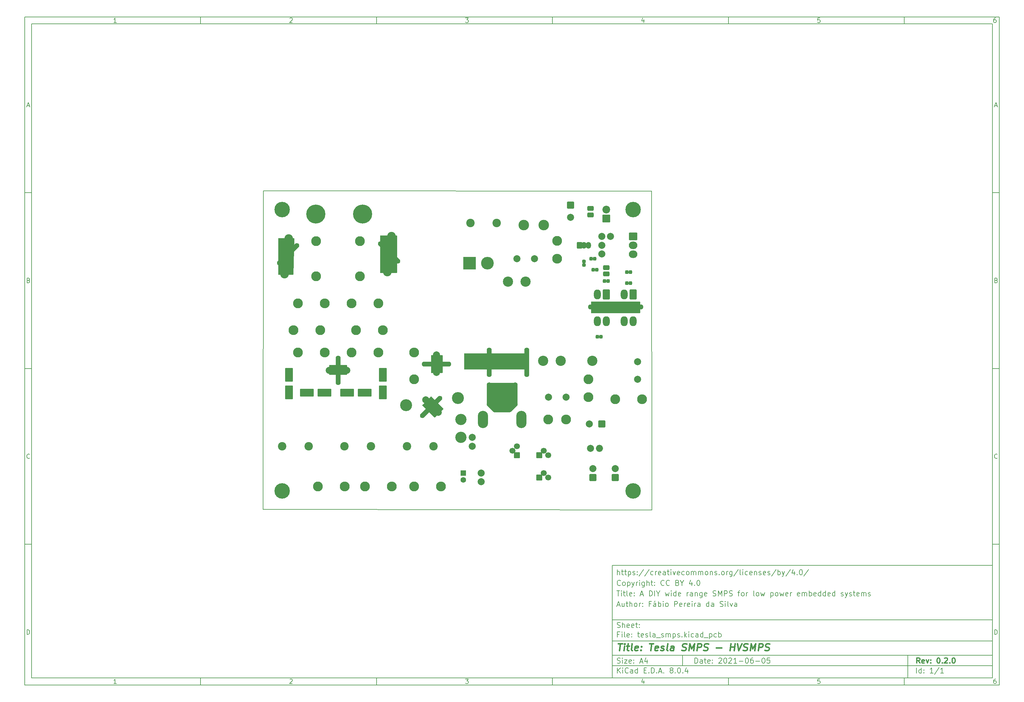
<source format=gbr>
%TF.GenerationSoftware,KiCad,Pcbnew,8.0.4-8.0.4-0~ubuntu22.04.1*%
%TF.CreationDate,2024-08-04T23:42:01-03:00*%
%TF.ProjectId,tesla_smps,7465736c-615f-4736-9d70-732e6b696361,0.2.0*%
%TF.SameCoordinates,Original*%
%TF.FileFunction,Soldermask,Top*%
%TF.FilePolarity,Negative*%
%FSLAX46Y46*%
G04 Gerber Fmt 4.6, Leading zero omitted, Abs format (unit mm)*
G04 Created by KiCad (PCBNEW 8.0.4-8.0.4-0~ubuntu22.04.1) date 2024-08-04 23:42:01*
%MOMM*%
%LPD*%
G01*
G04 APERTURE LIST*
G04 Aperture macros list*
%AMRoundRect*
0 Rectangle with rounded corners*
0 $1 Rounding radius*
0 $2 $3 $4 $5 $6 $7 $8 $9 X,Y pos of 4 corners*
0 Add a 4 corners polygon primitive as box body*
4,1,4,$2,$3,$4,$5,$6,$7,$8,$9,$2,$3,0*
0 Add four circle primitives for the rounded corners*
1,1,$1+$1,$2,$3*
1,1,$1+$1,$4,$5*
1,1,$1+$1,$6,$7*
1,1,$1+$1,$8,$9*
0 Add four rect primitives between the rounded corners*
20,1,$1+$1,$2,$3,$4,$5,0*
20,1,$1+$1,$4,$5,$6,$7,0*
20,1,$1+$1,$6,$7,$8,$9,0*
20,1,$1+$1,$8,$9,$2,$3,0*%
%AMHorizOval*
0 Thick line with rounded ends*
0 $1 width*
0 $2 $3 position (X,Y) of the first rounded end (center of the circle)*
0 $4 $5 position (X,Y) of the second rounded end (center of the circle)*
0 Add line between two ends*
20,1,$1,$2,$3,$4,$5,0*
0 Add two circle primitives to create the rounded ends*
1,1,$1,$2,$3*
1,1,$1,$4,$5*%
G04 Aperture macros list end*
%ADD10C,0.100000*%
%ADD11C,0.150000*%
%ADD12C,0.300000*%
%ADD13C,0.400000*%
%ADD14RoundRect,0.200000X0.800000X0.800000X-0.800000X0.800000X-0.800000X-0.800000X0.800000X-0.800000X0*%
%ADD15C,2.000000*%
%ADD16RoundRect,0.200000X-0.800000X0.800000X-0.800000X-0.800000X0.800000X-0.800000X0.800000X0.800000X0*%
%ADD17RoundRect,0.200000X0.800000X-0.800000X0.800000X0.800000X-0.800000X0.800000X-0.800000X-0.800000X0*%
%ADD18RoundRect,0.200000X-0.600000X0.600000X-0.600000X-0.600000X0.600000X-0.600000X0.600000X0.600000X0*%
%ADD19C,1.600000*%
%ADD20C,2.400000*%
%ADD21RoundRect,0.200000X-1.600000X-1.600000X1.600000X-1.600000X1.600000X1.600000X-1.600000X1.600000X0*%
%ADD22O,3.600000X3.600000*%
%ADD23RoundRect,0.200000X0.900000X-0.900000X0.900000X0.900000X-0.900000X0.900000X-0.900000X-0.900000X0*%
%ADD24C,2.200000*%
%ADD25RoundRect,0.200000X-0.650000X-0.650000X0.650000X-0.650000X0.650000X0.650000X-0.650000X0.650000X0*%
%ADD26C,1.700000*%
%ADD27RoundRect,0.200000X-1.750000X-0.900000X1.750000X-0.900000X1.750000X0.900000X-1.750000X0.900000X0*%
%ADD28RoundRect,0.200000X0.900000X-1.750000X0.900000X1.750000X-0.900000X1.750000X-0.900000X-1.750000X0*%
%ADD29RoundRect,0.200000X1.750000X0.900000X-1.750000X0.900000X-1.750000X-0.900000X1.750000X-0.900000X0*%
%ADD30C,2.410000*%
%ADD31C,2.800000*%
%ADD32RoundRect,0.200000X-1.015000X-0.865000X1.015000X-0.865000X1.015000X0.865000X-1.015000X0.865000X0*%
%ADD33O,2.430000X2.130000*%
%ADD34C,3.000000*%
%ADD35C,5.400000*%
%ADD36O,2.800000X2.800000*%
%ADD37RoundRect,0.347560X0.552440X-0.364940X0.552440X0.364940X-0.552440X0.364940X-0.552440X-0.364940X0*%
%ADD38RoundRect,0.235000X-0.235000X-0.285000X0.235000X-0.285000X0.235000X0.285000X-0.235000X0.285000X0*%
%ADD39RoundRect,0.235000X-0.285000X0.235000X-0.285000X-0.235000X0.285000X-0.235000X0.285000X0.235000X0*%
%ADD40O,2.000000X2.000000*%
%ADD41C,3.200000*%
%ADD42O,3.200000X3.200000*%
%ADD43RoundRect,0.200000X-0.525000X-0.750000X0.525000X-0.750000X0.525000X0.750000X-0.525000X0.750000X0*%
%ADD44O,1.450000X1.900000*%
%ADD45O,1.400000X6.900000*%
%ADD46HorizOval,1.400000X0.795495X0.795495X-0.795495X-0.795495X0*%
%ADD47O,5.400000X1.400000*%
%ADD48HorizOval,1.400000X-0.795495X0.795495X0.795495X-0.795495X0*%
%ADD49O,2.900000X4.900000*%
%ADD50RoundRect,0.200000X0.650000X-0.650000X0.650000X0.650000X-0.650000X0.650000X-0.650000X-0.650000X0*%
%ADD51C,3.400000*%
%ADD52RoundRect,0.200000X-0.800000X1.200000X-0.800000X-1.200000X0.800000X-1.200000X0.800000X1.200000X0*%
%ADD53O,2.000000X2.800000*%
%ADD54C,4.400000*%
%ADD55O,1.400000X8.400000*%
%ADD56O,8.400000X1.400000*%
%ADD57HorizOval,1.400000X2.474874X2.474874X-2.474874X-2.474874X0*%
%ADD58HorizOval,1.400000X-2.474874X2.474874X2.474874X-2.474874X0*%
%ADD59C,2.900000*%
%TA.AperFunction,Profile*%
%ADD60C,0.150000*%
%TD*%
G04 APERTURE END LIST*
D10*
D11*
X177002200Y-166007200D02*
X285002200Y-166007200D01*
X285002200Y-198007200D01*
X177002200Y-198007200D01*
X177002200Y-166007200D01*
D10*
D11*
X10000000Y-10000000D02*
X287002200Y-10000000D01*
X287002200Y-200007200D01*
X10000000Y-200007200D01*
X10000000Y-10000000D01*
D10*
D11*
X12000000Y-12000000D02*
X285002200Y-12000000D01*
X285002200Y-198007200D01*
X12000000Y-198007200D01*
X12000000Y-12000000D01*
D10*
D11*
X60000000Y-12000000D02*
X60000000Y-10000000D01*
D10*
D11*
X110000000Y-12000000D02*
X110000000Y-10000000D01*
D10*
D11*
X160000000Y-12000000D02*
X160000000Y-10000000D01*
D10*
D11*
X210000000Y-12000000D02*
X210000000Y-10000000D01*
D10*
D11*
X260000000Y-12000000D02*
X260000000Y-10000000D01*
D10*
D11*
X36089160Y-11593604D02*
X35346303Y-11593604D01*
X35717731Y-11593604D02*
X35717731Y-10293604D01*
X35717731Y-10293604D02*
X35593922Y-10479319D01*
X35593922Y-10479319D02*
X35470112Y-10603128D01*
X35470112Y-10603128D02*
X35346303Y-10665033D01*
D10*
D11*
X85346303Y-10417414D02*
X85408207Y-10355509D01*
X85408207Y-10355509D02*
X85532017Y-10293604D01*
X85532017Y-10293604D02*
X85841541Y-10293604D01*
X85841541Y-10293604D02*
X85965350Y-10355509D01*
X85965350Y-10355509D02*
X86027255Y-10417414D01*
X86027255Y-10417414D02*
X86089160Y-10541223D01*
X86089160Y-10541223D02*
X86089160Y-10665033D01*
X86089160Y-10665033D02*
X86027255Y-10850747D01*
X86027255Y-10850747D02*
X85284398Y-11593604D01*
X85284398Y-11593604D02*
X86089160Y-11593604D01*
D10*
D11*
X135284398Y-10293604D02*
X136089160Y-10293604D01*
X136089160Y-10293604D02*
X135655826Y-10788842D01*
X135655826Y-10788842D02*
X135841541Y-10788842D01*
X135841541Y-10788842D02*
X135965350Y-10850747D01*
X135965350Y-10850747D02*
X136027255Y-10912652D01*
X136027255Y-10912652D02*
X136089160Y-11036461D01*
X136089160Y-11036461D02*
X136089160Y-11345985D01*
X136089160Y-11345985D02*
X136027255Y-11469795D01*
X136027255Y-11469795D02*
X135965350Y-11531700D01*
X135965350Y-11531700D02*
X135841541Y-11593604D01*
X135841541Y-11593604D02*
X135470112Y-11593604D01*
X135470112Y-11593604D02*
X135346303Y-11531700D01*
X135346303Y-11531700D02*
X135284398Y-11469795D01*
D10*
D11*
X185965350Y-10726938D02*
X185965350Y-11593604D01*
X185655826Y-10231700D02*
X185346303Y-11160271D01*
X185346303Y-11160271D02*
X186151064Y-11160271D01*
D10*
D11*
X236027255Y-10293604D02*
X235408207Y-10293604D01*
X235408207Y-10293604D02*
X235346303Y-10912652D01*
X235346303Y-10912652D02*
X235408207Y-10850747D01*
X235408207Y-10850747D02*
X235532017Y-10788842D01*
X235532017Y-10788842D02*
X235841541Y-10788842D01*
X235841541Y-10788842D02*
X235965350Y-10850747D01*
X235965350Y-10850747D02*
X236027255Y-10912652D01*
X236027255Y-10912652D02*
X236089160Y-11036461D01*
X236089160Y-11036461D02*
X236089160Y-11345985D01*
X236089160Y-11345985D02*
X236027255Y-11469795D01*
X236027255Y-11469795D02*
X235965350Y-11531700D01*
X235965350Y-11531700D02*
X235841541Y-11593604D01*
X235841541Y-11593604D02*
X235532017Y-11593604D01*
X235532017Y-11593604D02*
X235408207Y-11531700D01*
X235408207Y-11531700D02*
X235346303Y-11469795D01*
D10*
D11*
X285965350Y-10293604D02*
X285717731Y-10293604D01*
X285717731Y-10293604D02*
X285593922Y-10355509D01*
X285593922Y-10355509D02*
X285532017Y-10417414D01*
X285532017Y-10417414D02*
X285408207Y-10603128D01*
X285408207Y-10603128D02*
X285346303Y-10850747D01*
X285346303Y-10850747D02*
X285346303Y-11345985D01*
X285346303Y-11345985D02*
X285408207Y-11469795D01*
X285408207Y-11469795D02*
X285470112Y-11531700D01*
X285470112Y-11531700D02*
X285593922Y-11593604D01*
X285593922Y-11593604D02*
X285841541Y-11593604D01*
X285841541Y-11593604D02*
X285965350Y-11531700D01*
X285965350Y-11531700D02*
X286027255Y-11469795D01*
X286027255Y-11469795D02*
X286089160Y-11345985D01*
X286089160Y-11345985D02*
X286089160Y-11036461D01*
X286089160Y-11036461D02*
X286027255Y-10912652D01*
X286027255Y-10912652D02*
X285965350Y-10850747D01*
X285965350Y-10850747D02*
X285841541Y-10788842D01*
X285841541Y-10788842D02*
X285593922Y-10788842D01*
X285593922Y-10788842D02*
X285470112Y-10850747D01*
X285470112Y-10850747D02*
X285408207Y-10912652D01*
X285408207Y-10912652D02*
X285346303Y-11036461D01*
D10*
D11*
X60000000Y-198007200D02*
X60000000Y-200007200D01*
D10*
D11*
X110000000Y-198007200D02*
X110000000Y-200007200D01*
D10*
D11*
X160000000Y-198007200D02*
X160000000Y-200007200D01*
D10*
D11*
X210000000Y-198007200D02*
X210000000Y-200007200D01*
D10*
D11*
X260000000Y-198007200D02*
X260000000Y-200007200D01*
D10*
D11*
X36089160Y-199600804D02*
X35346303Y-199600804D01*
X35717731Y-199600804D02*
X35717731Y-198300804D01*
X35717731Y-198300804D02*
X35593922Y-198486519D01*
X35593922Y-198486519D02*
X35470112Y-198610328D01*
X35470112Y-198610328D02*
X35346303Y-198672233D01*
D10*
D11*
X85346303Y-198424614D02*
X85408207Y-198362709D01*
X85408207Y-198362709D02*
X85532017Y-198300804D01*
X85532017Y-198300804D02*
X85841541Y-198300804D01*
X85841541Y-198300804D02*
X85965350Y-198362709D01*
X85965350Y-198362709D02*
X86027255Y-198424614D01*
X86027255Y-198424614D02*
X86089160Y-198548423D01*
X86089160Y-198548423D02*
X86089160Y-198672233D01*
X86089160Y-198672233D02*
X86027255Y-198857947D01*
X86027255Y-198857947D02*
X85284398Y-199600804D01*
X85284398Y-199600804D02*
X86089160Y-199600804D01*
D10*
D11*
X135284398Y-198300804D02*
X136089160Y-198300804D01*
X136089160Y-198300804D02*
X135655826Y-198796042D01*
X135655826Y-198796042D02*
X135841541Y-198796042D01*
X135841541Y-198796042D02*
X135965350Y-198857947D01*
X135965350Y-198857947D02*
X136027255Y-198919852D01*
X136027255Y-198919852D02*
X136089160Y-199043661D01*
X136089160Y-199043661D02*
X136089160Y-199353185D01*
X136089160Y-199353185D02*
X136027255Y-199476995D01*
X136027255Y-199476995D02*
X135965350Y-199538900D01*
X135965350Y-199538900D02*
X135841541Y-199600804D01*
X135841541Y-199600804D02*
X135470112Y-199600804D01*
X135470112Y-199600804D02*
X135346303Y-199538900D01*
X135346303Y-199538900D02*
X135284398Y-199476995D01*
D10*
D11*
X185965350Y-198734138D02*
X185965350Y-199600804D01*
X185655826Y-198238900D02*
X185346303Y-199167471D01*
X185346303Y-199167471D02*
X186151064Y-199167471D01*
D10*
D11*
X236027255Y-198300804D02*
X235408207Y-198300804D01*
X235408207Y-198300804D02*
X235346303Y-198919852D01*
X235346303Y-198919852D02*
X235408207Y-198857947D01*
X235408207Y-198857947D02*
X235532017Y-198796042D01*
X235532017Y-198796042D02*
X235841541Y-198796042D01*
X235841541Y-198796042D02*
X235965350Y-198857947D01*
X235965350Y-198857947D02*
X236027255Y-198919852D01*
X236027255Y-198919852D02*
X236089160Y-199043661D01*
X236089160Y-199043661D02*
X236089160Y-199353185D01*
X236089160Y-199353185D02*
X236027255Y-199476995D01*
X236027255Y-199476995D02*
X235965350Y-199538900D01*
X235965350Y-199538900D02*
X235841541Y-199600804D01*
X235841541Y-199600804D02*
X235532017Y-199600804D01*
X235532017Y-199600804D02*
X235408207Y-199538900D01*
X235408207Y-199538900D02*
X235346303Y-199476995D01*
D10*
D11*
X285965350Y-198300804D02*
X285717731Y-198300804D01*
X285717731Y-198300804D02*
X285593922Y-198362709D01*
X285593922Y-198362709D02*
X285532017Y-198424614D01*
X285532017Y-198424614D02*
X285408207Y-198610328D01*
X285408207Y-198610328D02*
X285346303Y-198857947D01*
X285346303Y-198857947D02*
X285346303Y-199353185D01*
X285346303Y-199353185D02*
X285408207Y-199476995D01*
X285408207Y-199476995D02*
X285470112Y-199538900D01*
X285470112Y-199538900D02*
X285593922Y-199600804D01*
X285593922Y-199600804D02*
X285841541Y-199600804D01*
X285841541Y-199600804D02*
X285965350Y-199538900D01*
X285965350Y-199538900D02*
X286027255Y-199476995D01*
X286027255Y-199476995D02*
X286089160Y-199353185D01*
X286089160Y-199353185D02*
X286089160Y-199043661D01*
X286089160Y-199043661D02*
X286027255Y-198919852D01*
X286027255Y-198919852D02*
X285965350Y-198857947D01*
X285965350Y-198857947D02*
X285841541Y-198796042D01*
X285841541Y-198796042D02*
X285593922Y-198796042D01*
X285593922Y-198796042D02*
X285470112Y-198857947D01*
X285470112Y-198857947D02*
X285408207Y-198919852D01*
X285408207Y-198919852D02*
X285346303Y-199043661D01*
D10*
D11*
X10000000Y-60000000D02*
X12000000Y-60000000D01*
D10*
D11*
X10000000Y-110000000D02*
X12000000Y-110000000D01*
D10*
D11*
X10000000Y-160000000D02*
X12000000Y-160000000D01*
D10*
D11*
X10690476Y-35222176D02*
X11309523Y-35222176D01*
X10566666Y-35593604D02*
X10999999Y-34293604D01*
X10999999Y-34293604D02*
X11433333Y-35593604D01*
D10*
D11*
X11092857Y-84912652D02*
X11278571Y-84974557D01*
X11278571Y-84974557D02*
X11340476Y-85036461D01*
X11340476Y-85036461D02*
X11402380Y-85160271D01*
X11402380Y-85160271D02*
X11402380Y-85345985D01*
X11402380Y-85345985D02*
X11340476Y-85469795D01*
X11340476Y-85469795D02*
X11278571Y-85531700D01*
X11278571Y-85531700D02*
X11154761Y-85593604D01*
X11154761Y-85593604D02*
X10659523Y-85593604D01*
X10659523Y-85593604D02*
X10659523Y-84293604D01*
X10659523Y-84293604D02*
X11092857Y-84293604D01*
X11092857Y-84293604D02*
X11216666Y-84355509D01*
X11216666Y-84355509D02*
X11278571Y-84417414D01*
X11278571Y-84417414D02*
X11340476Y-84541223D01*
X11340476Y-84541223D02*
X11340476Y-84665033D01*
X11340476Y-84665033D02*
X11278571Y-84788842D01*
X11278571Y-84788842D02*
X11216666Y-84850747D01*
X11216666Y-84850747D02*
X11092857Y-84912652D01*
X11092857Y-84912652D02*
X10659523Y-84912652D01*
D10*
D11*
X11402380Y-135469795D02*
X11340476Y-135531700D01*
X11340476Y-135531700D02*
X11154761Y-135593604D01*
X11154761Y-135593604D02*
X11030952Y-135593604D01*
X11030952Y-135593604D02*
X10845238Y-135531700D01*
X10845238Y-135531700D02*
X10721428Y-135407890D01*
X10721428Y-135407890D02*
X10659523Y-135284080D01*
X10659523Y-135284080D02*
X10597619Y-135036461D01*
X10597619Y-135036461D02*
X10597619Y-134850747D01*
X10597619Y-134850747D02*
X10659523Y-134603128D01*
X10659523Y-134603128D02*
X10721428Y-134479319D01*
X10721428Y-134479319D02*
X10845238Y-134355509D01*
X10845238Y-134355509D02*
X11030952Y-134293604D01*
X11030952Y-134293604D02*
X11154761Y-134293604D01*
X11154761Y-134293604D02*
X11340476Y-134355509D01*
X11340476Y-134355509D02*
X11402380Y-134417414D01*
D10*
D11*
X10659523Y-185593604D02*
X10659523Y-184293604D01*
X10659523Y-184293604D02*
X10969047Y-184293604D01*
X10969047Y-184293604D02*
X11154761Y-184355509D01*
X11154761Y-184355509D02*
X11278571Y-184479319D01*
X11278571Y-184479319D02*
X11340476Y-184603128D01*
X11340476Y-184603128D02*
X11402380Y-184850747D01*
X11402380Y-184850747D02*
X11402380Y-185036461D01*
X11402380Y-185036461D02*
X11340476Y-185284080D01*
X11340476Y-185284080D02*
X11278571Y-185407890D01*
X11278571Y-185407890D02*
X11154761Y-185531700D01*
X11154761Y-185531700D02*
X10969047Y-185593604D01*
X10969047Y-185593604D02*
X10659523Y-185593604D01*
D10*
D11*
X287002200Y-60000000D02*
X285002200Y-60000000D01*
D10*
D11*
X287002200Y-110000000D02*
X285002200Y-110000000D01*
D10*
D11*
X287002200Y-160000000D02*
X285002200Y-160000000D01*
D10*
D11*
X285692676Y-35222176D02*
X286311723Y-35222176D01*
X285568866Y-35593604D02*
X286002199Y-34293604D01*
X286002199Y-34293604D02*
X286435533Y-35593604D01*
D10*
D11*
X286095057Y-84912652D02*
X286280771Y-84974557D01*
X286280771Y-84974557D02*
X286342676Y-85036461D01*
X286342676Y-85036461D02*
X286404580Y-85160271D01*
X286404580Y-85160271D02*
X286404580Y-85345985D01*
X286404580Y-85345985D02*
X286342676Y-85469795D01*
X286342676Y-85469795D02*
X286280771Y-85531700D01*
X286280771Y-85531700D02*
X286156961Y-85593604D01*
X286156961Y-85593604D02*
X285661723Y-85593604D01*
X285661723Y-85593604D02*
X285661723Y-84293604D01*
X285661723Y-84293604D02*
X286095057Y-84293604D01*
X286095057Y-84293604D02*
X286218866Y-84355509D01*
X286218866Y-84355509D02*
X286280771Y-84417414D01*
X286280771Y-84417414D02*
X286342676Y-84541223D01*
X286342676Y-84541223D02*
X286342676Y-84665033D01*
X286342676Y-84665033D02*
X286280771Y-84788842D01*
X286280771Y-84788842D02*
X286218866Y-84850747D01*
X286218866Y-84850747D02*
X286095057Y-84912652D01*
X286095057Y-84912652D02*
X285661723Y-84912652D01*
D10*
D11*
X286404580Y-135469795D02*
X286342676Y-135531700D01*
X286342676Y-135531700D02*
X286156961Y-135593604D01*
X286156961Y-135593604D02*
X286033152Y-135593604D01*
X286033152Y-135593604D02*
X285847438Y-135531700D01*
X285847438Y-135531700D02*
X285723628Y-135407890D01*
X285723628Y-135407890D02*
X285661723Y-135284080D01*
X285661723Y-135284080D02*
X285599819Y-135036461D01*
X285599819Y-135036461D02*
X285599819Y-134850747D01*
X285599819Y-134850747D02*
X285661723Y-134603128D01*
X285661723Y-134603128D02*
X285723628Y-134479319D01*
X285723628Y-134479319D02*
X285847438Y-134355509D01*
X285847438Y-134355509D02*
X286033152Y-134293604D01*
X286033152Y-134293604D02*
X286156961Y-134293604D01*
X286156961Y-134293604D02*
X286342676Y-134355509D01*
X286342676Y-134355509D02*
X286404580Y-134417414D01*
D10*
D11*
X285661723Y-185593604D02*
X285661723Y-184293604D01*
X285661723Y-184293604D02*
X285971247Y-184293604D01*
X285971247Y-184293604D02*
X286156961Y-184355509D01*
X286156961Y-184355509D02*
X286280771Y-184479319D01*
X286280771Y-184479319D02*
X286342676Y-184603128D01*
X286342676Y-184603128D02*
X286404580Y-184850747D01*
X286404580Y-184850747D02*
X286404580Y-185036461D01*
X286404580Y-185036461D02*
X286342676Y-185284080D01*
X286342676Y-185284080D02*
X286280771Y-185407890D01*
X286280771Y-185407890D02*
X286156961Y-185531700D01*
X286156961Y-185531700D02*
X285971247Y-185593604D01*
X285971247Y-185593604D02*
X285661723Y-185593604D01*
D10*
D11*
X200458026Y-193793328D02*
X200458026Y-192293328D01*
X200458026Y-192293328D02*
X200815169Y-192293328D01*
X200815169Y-192293328D02*
X201029455Y-192364757D01*
X201029455Y-192364757D02*
X201172312Y-192507614D01*
X201172312Y-192507614D02*
X201243741Y-192650471D01*
X201243741Y-192650471D02*
X201315169Y-192936185D01*
X201315169Y-192936185D02*
X201315169Y-193150471D01*
X201315169Y-193150471D02*
X201243741Y-193436185D01*
X201243741Y-193436185D02*
X201172312Y-193579042D01*
X201172312Y-193579042D02*
X201029455Y-193721900D01*
X201029455Y-193721900D02*
X200815169Y-193793328D01*
X200815169Y-193793328D02*
X200458026Y-193793328D01*
X202600884Y-193793328D02*
X202600884Y-193007614D01*
X202600884Y-193007614D02*
X202529455Y-192864757D01*
X202529455Y-192864757D02*
X202386598Y-192793328D01*
X202386598Y-192793328D02*
X202100884Y-192793328D01*
X202100884Y-192793328D02*
X201958026Y-192864757D01*
X202600884Y-193721900D02*
X202458026Y-193793328D01*
X202458026Y-193793328D02*
X202100884Y-193793328D01*
X202100884Y-193793328D02*
X201958026Y-193721900D01*
X201958026Y-193721900D02*
X201886598Y-193579042D01*
X201886598Y-193579042D02*
X201886598Y-193436185D01*
X201886598Y-193436185D02*
X201958026Y-193293328D01*
X201958026Y-193293328D02*
X202100884Y-193221900D01*
X202100884Y-193221900D02*
X202458026Y-193221900D01*
X202458026Y-193221900D02*
X202600884Y-193150471D01*
X203100884Y-192793328D02*
X203672312Y-192793328D01*
X203315169Y-192293328D02*
X203315169Y-193579042D01*
X203315169Y-193579042D02*
X203386598Y-193721900D01*
X203386598Y-193721900D02*
X203529455Y-193793328D01*
X203529455Y-193793328D02*
X203672312Y-193793328D01*
X204743741Y-193721900D02*
X204600884Y-193793328D01*
X204600884Y-193793328D02*
X204315170Y-193793328D01*
X204315170Y-193793328D02*
X204172312Y-193721900D01*
X204172312Y-193721900D02*
X204100884Y-193579042D01*
X204100884Y-193579042D02*
X204100884Y-193007614D01*
X204100884Y-193007614D02*
X204172312Y-192864757D01*
X204172312Y-192864757D02*
X204315170Y-192793328D01*
X204315170Y-192793328D02*
X204600884Y-192793328D01*
X204600884Y-192793328D02*
X204743741Y-192864757D01*
X204743741Y-192864757D02*
X204815170Y-193007614D01*
X204815170Y-193007614D02*
X204815170Y-193150471D01*
X204815170Y-193150471D02*
X204100884Y-193293328D01*
X205458026Y-193650471D02*
X205529455Y-193721900D01*
X205529455Y-193721900D02*
X205458026Y-193793328D01*
X205458026Y-193793328D02*
X205386598Y-193721900D01*
X205386598Y-193721900D02*
X205458026Y-193650471D01*
X205458026Y-193650471D02*
X205458026Y-193793328D01*
X205458026Y-192864757D02*
X205529455Y-192936185D01*
X205529455Y-192936185D02*
X205458026Y-193007614D01*
X205458026Y-193007614D02*
X205386598Y-192936185D01*
X205386598Y-192936185D02*
X205458026Y-192864757D01*
X205458026Y-192864757D02*
X205458026Y-193007614D01*
X207243741Y-192436185D02*
X207315169Y-192364757D01*
X207315169Y-192364757D02*
X207458027Y-192293328D01*
X207458027Y-192293328D02*
X207815169Y-192293328D01*
X207815169Y-192293328D02*
X207958027Y-192364757D01*
X207958027Y-192364757D02*
X208029455Y-192436185D01*
X208029455Y-192436185D02*
X208100884Y-192579042D01*
X208100884Y-192579042D02*
X208100884Y-192721900D01*
X208100884Y-192721900D02*
X208029455Y-192936185D01*
X208029455Y-192936185D02*
X207172312Y-193793328D01*
X207172312Y-193793328D02*
X208100884Y-193793328D01*
X209029455Y-192293328D02*
X209172312Y-192293328D01*
X209172312Y-192293328D02*
X209315169Y-192364757D01*
X209315169Y-192364757D02*
X209386598Y-192436185D01*
X209386598Y-192436185D02*
X209458026Y-192579042D01*
X209458026Y-192579042D02*
X209529455Y-192864757D01*
X209529455Y-192864757D02*
X209529455Y-193221900D01*
X209529455Y-193221900D02*
X209458026Y-193507614D01*
X209458026Y-193507614D02*
X209386598Y-193650471D01*
X209386598Y-193650471D02*
X209315169Y-193721900D01*
X209315169Y-193721900D02*
X209172312Y-193793328D01*
X209172312Y-193793328D02*
X209029455Y-193793328D01*
X209029455Y-193793328D02*
X208886598Y-193721900D01*
X208886598Y-193721900D02*
X208815169Y-193650471D01*
X208815169Y-193650471D02*
X208743740Y-193507614D01*
X208743740Y-193507614D02*
X208672312Y-193221900D01*
X208672312Y-193221900D02*
X208672312Y-192864757D01*
X208672312Y-192864757D02*
X208743740Y-192579042D01*
X208743740Y-192579042D02*
X208815169Y-192436185D01*
X208815169Y-192436185D02*
X208886598Y-192364757D01*
X208886598Y-192364757D02*
X209029455Y-192293328D01*
X210100883Y-192436185D02*
X210172311Y-192364757D01*
X210172311Y-192364757D02*
X210315169Y-192293328D01*
X210315169Y-192293328D02*
X210672311Y-192293328D01*
X210672311Y-192293328D02*
X210815169Y-192364757D01*
X210815169Y-192364757D02*
X210886597Y-192436185D01*
X210886597Y-192436185D02*
X210958026Y-192579042D01*
X210958026Y-192579042D02*
X210958026Y-192721900D01*
X210958026Y-192721900D02*
X210886597Y-192936185D01*
X210886597Y-192936185D02*
X210029454Y-193793328D01*
X210029454Y-193793328D02*
X210958026Y-193793328D01*
X212386597Y-193793328D02*
X211529454Y-193793328D01*
X211958025Y-193793328D02*
X211958025Y-192293328D01*
X211958025Y-192293328D02*
X211815168Y-192507614D01*
X211815168Y-192507614D02*
X211672311Y-192650471D01*
X211672311Y-192650471D02*
X211529454Y-192721900D01*
X213029453Y-193221900D02*
X214172311Y-193221900D01*
X215172311Y-192293328D02*
X215315168Y-192293328D01*
X215315168Y-192293328D02*
X215458025Y-192364757D01*
X215458025Y-192364757D02*
X215529454Y-192436185D01*
X215529454Y-192436185D02*
X215600882Y-192579042D01*
X215600882Y-192579042D02*
X215672311Y-192864757D01*
X215672311Y-192864757D02*
X215672311Y-193221900D01*
X215672311Y-193221900D02*
X215600882Y-193507614D01*
X215600882Y-193507614D02*
X215529454Y-193650471D01*
X215529454Y-193650471D02*
X215458025Y-193721900D01*
X215458025Y-193721900D02*
X215315168Y-193793328D01*
X215315168Y-193793328D02*
X215172311Y-193793328D01*
X215172311Y-193793328D02*
X215029454Y-193721900D01*
X215029454Y-193721900D02*
X214958025Y-193650471D01*
X214958025Y-193650471D02*
X214886596Y-193507614D01*
X214886596Y-193507614D02*
X214815168Y-193221900D01*
X214815168Y-193221900D02*
X214815168Y-192864757D01*
X214815168Y-192864757D02*
X214886596Y-192579042D01*
X214886596Y-192579042D02*
X214958025Y-192436185D01*
X214958025Y-192436185D02*
X215029454Y-192364757D01*
X215029454Y-192364757D02*
X215172311Y-192293328D01*
X216958025Y-192293328D02*
X216672310Y-192293328D01*
X216672310Y-192293328D02*
X216529453Y-192364757D01*
X216529453Y-192364757D02*
X216458025Y-192436185D01*
X216458025Y-192436185D02*
X216315167Y-192650471D01*
X216315167Y-192650471D02*
X216243739Y-192936185D01*
X216243739Y-192936185D02*
X216243739Y-193507614D01*
X216243739Y-193507614D02*
X216315167Y-193650471D01*
X216315167Y-193650471D02*
X216386596Y-193721900D01*
X216386596Y-193721900D02*
X216529453Y-193793328D01*
X216529453Y-193793328D02*
X216815167Y-193793328D01*
X216815167Y-193793328D02*
X216958025Y-193721900D01*
X216958025Y-193721900D02*
X217029453Y-193650471D01*
X217029453Y-193650471D02*
X217100882Y-193507614D01*
X217100882Y-193507614D02*
X217100882Y-193150471D01*
X217100882Y-193150471D02*
X217029453Y-193007614D01*
X217029453Y-193007614D02*
X216958025Y-192936185D01*
X216958025Y-192936185D02*
X216815167Y-192864757D01*
X216815167Y-192864757D02*
X216529453Y-192864757D01*
X216529453Y-192864757D02*
X216386596Y-192936185D01*
X216386596Y-192936185D02*
X216315167Y-193007614D01*
X216315167Y-193007614D02*
X216243739Y-193150471D01*
X217743738Y-193221900D02*
X218886596Y-193221900D01*
X219886596Y-192293328D02*
X220029453Y-192293328D01*
X220029453Y-192293328D02*
X220172310Y-192364757D01*
X220172310Y-192364757D02*
X220243739Y-192436185D01*
X220243739Y-192436185D02*
X220315167Y-192579042D01*
X220315167Y-192579042D02*
X220386596Y-192864757D01*
X220386596Y-192864757D02*
X220386596Y-193221900D01*
X220386596Y-193221900D02*
X220315167Y-193507614D01*
X220315167Y-193507614D02*
X220243739Y-193650471D01*
X220243739Y-193650471D02*
X220172310Y-193721900D01*
X220172310Y-193721900D02*
X220029453Y-193793328D01*
X220029453Y-193793328D02*
X219886596Y-193793328D01*
X219886596Y-193793328D02*
X219743739Y-193721900D01*
X219743739Y-193721900D02*
X219672310Y-193650471D01*
X219672310Y-193650471D02*
X219600881Y-193507614D01*
X219600881Y-193507614D02*
X219529453Y-193221900D01*
X219529453Y-193221900D02*
X219529453Y-192864757D01*
X219529453Y-192864757D02*
X219600881Y-192579042D01*
X219600881Y-192579042D02*
X219672310Y-192436185D01*
X219672310Y-192436185D02*
X219743739Y-192364757D01*
X219743739Y-192364757D02*
X219886596Y-192293328D01*
X221743738Y-192293328D02*
X221029452Y-192293328D01*
X221029452Y-192293328D02*
X220958024Y-193007614D01*
X220958024Y-193007614D02*
X221029452Y-192936185D01*
X221029452Y-192936185D02*
X221172310Y-192864757D01*
X221172310Y-192864757D02*
X221529452Y-192864757D01*
X221529452Y-192864757D02*
X221672310Y-192936185D01*
X221672310Y-192936185D02*
X221743738Y-193007614D01*
X221743738Y-193007614D02*
X221815167Y-193150471D01*
X221815167Y-193150471D02*
X221815167Y-193507614D01*
X221815167Y-193507614D02*
X221743738Y-193650471D01*
X221743738Y-193650471D02*
X221672310Y-193721900D01*
X221672310Y-193721900D02*
X221529452Y-193793328D01*
X221529452Y-193793328D02*
X221172310Y-193793328D01*
X221172310Y-193793328D02*
X221029452Y-193721900D01*
X221029452Y-193721900D02*
X220958024Y-193650471D01*
D10*
D11*
X177002200Y-194507200D02*
X285002200Y-194507200D01*
D10*
D11*
X178458026Y-196593328D02*
X178458026Y-195093328D01*
X179315169Y-196593328D02*
X178672312Y-195736185D01*
X179315169Y-195093328D02*
X178458026Y-195950471D01*
X179958026Y-196593328D02*
X179958026Y-195593328D01*
X179958026Y-195093328D02*
X179886598Y-195164757D01*
X179886598Y-195164757D02*
X179958026Y-195236185D01*
X179958026Y-195236185D02*
X180029455Y-195164757D01*
X180029455Y-195164757D02*
X179958026Y-195093328D01*
X179958026Y-195093328D02*
X179958026Y-195236185D01*
X181529455Y-196450471D02*
X181458027Y-196521900D01*
X181458027Y-196521900D02*
X181243741Y-196593328D01*
X181243741Y-196593328D02*
X181100884Y-196593328D01*
X181100884Y-196593328D02*
X180886598Y-196521900D01*
X180886598Y-196521900D02*
X180743741Y-196379042D01*
X180743741Y-196379042D02*
X180672312Y-196236185D01*
X180672312Y-196236185D02*
X180600884Y-195950471D01*
X180600884Y-195950471D02*
X180600884Y-195736185D01*
X180600884Y-195736185D02*
X180672312Y-195450471D01*
X180672312Y-195450471D02*
X180743741Y-195307614D01*
X180743741Y-195307614D02*
X180886598Y-195164757D01*
X180886598Y-195164757D02*
X181100884Y-195093328D01*
X181100884Y-195093328D02*
X181243741Y-195093328D01*
X181243741Y-195093328D02*
X181458027Y-195164757D01*
X181458027Y-195164757D02*
X181529455Y-195236185D01*
X182815170Y-196593328D02*
X182815170Y-195807614D01*
X182815170Y-195807614D02*
X182743741Y-195664757D01*
X182743741Y-195664757D02*
X182600884Y-195593328D01*
X182600884Y-195593328D02*
X182315170Y-195593328D01*
X182315170Y-195593328D02*
X182172312Y-195664757D01*
X182815170Y-196521900D02*
X182672312Y-196593328D01*
X182672312Y-196593328D02*
X182315170Y-196593328D01*
X182315170Y-196593328D02*
X182172312Y-196521900D01*
X182172312Y-196521900D02*
X182100884Y-196379042D01*
X182100884Y-196379042D02*
X182100884Y-196236185D01*
X182100884Y-196236185D02*
X182172312Y-196093328D01*
X182172312Y-196093328D02*
X182315170Y-196021900D01*
X182315170Y-196021900D02*
X182672312Y-196021900D01*
X182672312Y-196021900D02*
X182815170Y-195950471D01*
X184172313Y-196593328D02*
X184172313Y-195093328D01*
X184172313Y-196521900D02*
X184029455Y-196593328D01*
X184029455Y-196593328D02*
X183743741Y-196593328D01*
X183743741Y-196593328D02*
X183600884Y-196521900D01*
X183600884Y-196521900D02*
X183529455Y-196450471D01*
X183529455Y-196450471D02*
X183458027Y-196307614D01*
X183458027Y-196307614D02*
X183458027Y-195879042D01*
X183458027Y-195879042D02*
X183529455Y-195736185D01*
X183529455Y-195736185D02*
X183600884Y-195664757D01*
X183600884Y-195664757D02*
X183743741Y-195593328D01*
X183743741Y-195593328D02*
X184029455Y-195593328D01*
X184029455Y-195593328D02*
X184172313Y-195664757D01*
X186029455Y-195807614D02*
X186529455Y-195807614D01*
X186743741Y-196593328D02*
X186029455Y-196593328D01*
X186029455Y-196593328D02*
X186029455Y-195093328D01*
X186029455Y-195093328D02*
X186743741Y-195093328D01*
X187386598Y-196450471D02*
X187458027Y-196521900D01*
X187458027Y-196521900D02*
X187386598Y-196593328D01*
X187386598Y-196593328D02*
X187315170Y-196521900D01*
X187315170Y-196521900D02*
X187386598Y-196450471D01*
X187386598Y-196450471D02*
X187386598Y-196593328D01*
X188100884Y-196593328D02*
X188100884Y-195093328D01*
X188100884Y-195093328D02*
X188458027Y-195093328D01*
X188458027Y-195093328D02*
X188672313Y-195164757D01*
X188672313Y-195164757D02*
X188815170Y-195307614D01*
X188815170Y-195307614D02*
X188886599Y-195450471D01*
X188886599Y-195450471D02*
X188958027Y-195736185D01*
X188958027Y-195736185D02*
X188958027Y-195950471D01*
X188958027Y-195950471D02*
X188886599Y-196236185D01*
X188886599Y-196236185D02*
X188815170Y-196379042D01*
X188815170Y-196379042D02*
X188672313Y-196521900D01*
X188672313Y-196521900D02*
X188458027Y-196593328D01*
X188458027Y-196593328D02*
X188100884Y-196593328D01*
X189600884Y-196450471D02*
X189672313Y-196521900D01*
X189672313Y-196521900D02*
X189600884Y-196593328D01*
X189600884Y-196593328D02*
X189529456Y-196521900D01*
X189529456Y-196521900D02*
X189600884Y-196450471D01*
X189600884Y-196450471D02*
X189600884Y-196593328D01*
X190243742Y-196164757D02*
X190958028Y-196164757D01*
X190100885Y-196593328D02*
X190600885Y-195093328D01*
X190600885Y-195093328D02*
X191100885Y-196593328D01*
X191600884Y-196450471D02*
X191672313Y-196521900D01*
X191672313Y-196521900D02*
X191600884Y-196593328D01*
X191600884Y-196593328D02*
X191529456Y-196521900D01*
X191529456Y-196521900D02*
X191600884Y-196450471D01*
X191600884Y-196450471D02*
X191600884Y-196593328D01*
X193672313Y-195736185D02*
X193529456Y-195664757D01*
X193529456Y-195664757D02*
X193458027Y-195593328D01*
X193458027Y-195593328D02*
X193386599Y-195450471D01*
X193386599Y-195450471D02*
X193386599Y-195379042D01*
X193386599Y-195379042D02*
X193458027Y-195236185D01*
X193458027Y-195236185D02*
X193529456Y-195164757D01*
X193529456Y-195164757D02*
X193672313Y-195093328D01*
X193672313Y-195093328D02*
X193958027Y-195093328D01*
X193958027Y-195093328D02*
X194100885Y-195164757D01*
X194100885Y-195164757D02*
X194172313Y-195236185D01*
X194172313Y-195236185D02*
X194243742Y-195379042D01*
X194243742Y-195379042D02*
X194243742Y-195450471D01*
X194243742Y-195450471D02*
X194172313Y-195593328D01*
X194172313Y-195593328D02*
X194100885Y-195664757D01*
X194100885Y-195664757D02*
X193958027Y-195736185D01*
X193958027Y-195736185D02*
X193672313Y-195736185D01*
X193672313Y-195736185D02*
X193529456Y-195807614D01*
X193529456Y-195807614D02*
X193458027Y-195879042D01*
X193458027Y-195879042D02*
X193386599Y-196021900D01*
X193386599Y-196021900D02*
X193386599Y-196307614D01*
X193386599Y-196307614D02*
X193458027Y-196450471D01*
X193458027Y-196450471D02*
X193529456Y-196521900D01*
X193529456Y-196521900D02*
X193672313Y-196593328D01*
X193672313Y-196593328D02*
X193958027Y-196593328D01*
X193958027Y-196593328D02*
X194100885Y-196521900D01*
X194100885Y-196521900D02*
X194172313Y-196450471D01*
X194172313Y-196450471D02*
X194243742Y-196307614D01*
X194243742Y-196307614D02*
X194243742Y-196021900D01*
X194243742Y-196021900D02*
X194172313Y-195879042D01*
X194172313Y-195879042D02*
X194100885Y-195807614D01*
X194100885Y-195807614D02*
X193958027Y-195736185D01*
X194886598Y-196450471D02*
X194958027Y-196521900D01*
X194958027Y-196521900D02*
X194886598Y-196593328D01*
X194886598Y-196593328D02*
X194815170Y-196521900D01*
X194815170Y-196521900D02*
X194886598Y-196450471D01*
X194886598Y-196450471D02*
X194886598Y-196593328D01*
X195886599Y-195093328D02*
X196029456Y-195093328D01*
X196029456Y-195093328D02*
X196172313Y-195164757D01*
X196172313Y-195164757D02*
X196243742Y-195236185D01*
X196243742Y-195236185D02*
X196315170Y-195379042D01*
X196315170Y-195379042D02*
X196386599Y-195664757D01*
X196386599Y-195664757D02*
X196386599Y-196021900D01*
X196386599Y-196021900D02*
X196315170Y-196307614D01*
X196315170Y-196307614D02*
X196243742Y-196450471D01*
X196243742Y-196450471D02*
X196172313Y-196521900D01*
X196172313Y-196521900D02*
X196029456Y-196593328D01*
X196029456Y-196593328D02*
X195886599Y-196593328D01*
X195886599Y-196593328D02*
X195743742Y-196521900D01*
X195743742Y-196521900D02*
X195672313Y-196450471D01*
X195672313Y-196450471D02*
X195600884Y-196307614D01*
X195600884Y-196307614D02*
X195529456Y-196021900D01*
X195529456Y-196021900D02*
X195529456Y-195664757D01*
X195529456Y-195664757D02*
X195600884Y-195379042D01*
X195600884Y-195379042D02*
X195672313Y-195236185D01*
X195672313Y-195236185D02*
X195743742Y-195164757D01*
X195743742Y-195164757D02*
X195886599Y-195093328D01*
X197029455Y-196450471D02*
X197100884Y-196521900D01*
X197100884Y-196521900D02*
X197029455Y-196593328D01*
X197029455Y-196593328D02*
X196958027Y-196521900D01*
X196958027Y-196521900D02*
X197029455Y-196450471D01*
X197029455Y-196450471D02*
X197029455Y-196593328D01*
X198386599Y-195593328D02*
X198386599Y-196593328D01*
X198029456Y-195021900D02*
X197672313Y-196093328D01*
X197672313Y-196093328D02*
X198600884Y-196093328D01*
D10*
D11*
X177002200Y-191507200D02*
X285002200Y-191507200D01*
D10*
D12*
X264413853Y-193785528D02*
X263913853Y-193071242D01*
X263556710Y-193785528D02*
X263556710Y-192285528D01*
X263556710Y-192285528D02*
X264128139Y-192285528D01*
X264128139Y-192285528D02*
X264270996Y-192356957D01*
X264270996Y-192356957D02*
X264342425Y-192428385D01*
X264342425Y-192428385D02*
X264413853Y-192571242D01*
X264413853Y-192571242D02*
X264413853Y-192785528D01*
X264413853Y-192785528D02*
X264342425Y-192928385D01*
X264342425Y-192928385D02*
X264270996Y-192999814D01*
X264270996Y-192999814D02*
X264128139Y-193071242D01*
X264128139Y-193071242D02*
X263556710Y-193071242D01*
X265628139Y-193714100D02*
X265485282Y-193785528D01*
X265485282Y-193785528D02*
X265199568Y-193785528D01*
X265199568Y-193785528D02*
X265056710Y-193714100D01*
X265056710Y-193714100D02*
X264985282Y-193571242D01*
X264985282Y-193571242D02*
X264985282Y-192999814D01*
X264985282Y-192999814D02*
X265056710Y-192856957D01*
X265056710Y-192856957D02*
X265199568Y-192785528D01*
X265199568Y-192785528D02*
X265485282Y-192785528D01*
X265485282Y-192785528D02*
X265628139Y-192856957D01*
X265628139Y-192856957D02*
X265699568Y-192999814D01*
X265699568Y-192999814D02*
X265699568Y-193142671D01*
X265699568Y-193142671D02*
X264985282Y-193285528D01*
X266199567Y-192785528D02*
X266556710Y-193785528D01*
X266556710Y-193785528D02*
X266913853Y-192785528D01*
X267485281Y-193642671D02*
X267556710Y-193714100D01*
X267556710Y-193714100D02*
X267485281Y-193785528D01*
X267485281Y-193785528D02*
X267413853Y-193714100D01*
X267413853Y-193714100D02*
X267485281Y-193642671D01*
X267485281Y-193642671D02*
X267485281Y-193785528D01*
X267485281Y-192856957D02*
X267556710Y-192928385D01*
X267556710Y-192928385D02*
X267485281Y-192999814D01*
X267485281Y-192999814D02*
X267413853Y-192928385D01*
X267413853Y-192928385D02*
X267485281Y-192856957D01*
X267485281Y-192856957D02*
X267485281Y-192999814D01*
X269628139Y-192285528D02*
X269770996Y-192285528D01*
X269770996Y-192285528D02*
X269913853Y-192356957D01*
X269913853Y-192356957D02*
X269985282Y-192428385D01*
X269985282Y-192428385D02*
X270056710Y-192571242D01*
X270056710Y-192571242D02*
X270128139Y-192856957D01*
X270128139Y-192856957D02*
X270128139Y-193214100D01*
X270128139Y-193214100D02*
X270056710Y-193499814D01*
X270056710Y-193499814D02*
X269985282Y-193642671D01*
X269985282Y-193642671D02*
X269913853Y-193714100D01*
X269913853Y-193714100D02*
X269770996Y-193785528D01*
X269770996Y-193785528D02*
X269628139Y-193785528D01*
X269628139Y-193785528D02*
X269485282Y-193714100D01*
X269485282Y-193714100D02*
X269413853Y-193642671D01*
X269413853Y-193642671D02*
X269342424Y-193499814D01*
X269342424Y-193499814D02*
X269270996Y-193214100D01*
X269270996Y-193214100D02*
X269270996Y-192856957D01*
X269270996Y-192856957D02*
X269342424Y-192571242D01*
X269342424Y-192571242D02*
X269413853Y-192428385D01*
X269413853Y-192428385D02*
X269485282Y-192356957D01*
X269485282Y-192356957D02*
X269628139Y-192285528D01*
X270770995Y-193642671D02*
X270842424Y-193714100D01*
X270842424Y-193714100D02*
X270770995Y-193785528D01*
X270770995Y-193785528D02*
X270699567Y-193714100D01*
X270699567Y-193714100D02*
X270770995Y-193642671D01*
X270770995Y-193642671D02*
X270770995Y-193785528D01*
X271413853Y-192428385D02*
X271485281Y-192356957D01*
X271485281Y-192356957D02*
X271628139Y-192285528D01*
X271628139Y-192285528D02*
X271985281Y-192285528D01*
X271985281Y-192285528D02*
X272128139Y-192356957D01*
X272128139Y-192356957D02*
X272199567Y-192428385D01*
X272199567Y-192428385D02*
X272270996Y-192571242D01*
X272270996Y-192571242D02*
X272270996Y-192714100D01*
X272270996Y-192714100D02*
X272199567Y-192928385D01*
X272199567Y-192928385D02*
X271342424Y-193785528D01*
X271342424Y-193785528D02*
X272270996Y-193785528D01*
X272913852Y-193642671D02*
X272985281Y-193714100D01*
X272985281Y-193714100D02*
X272913852Y-193785528D01*
X272913852Y-193785528D02*
X272842424Y-193714100D01*
X272842424Y-193714100D02*
X272913852Y-193642671D01*
X272913852Y-193642671D02*
X272913852Y-193785528D01*
X273913853Y-192285528D02*
X274056710Y-192285528D01*
X274056710Y-192285528D02*
X274199567Y-192356957D01*
X274199567Y-192356957D02*
X274270996Y-192428385D01*
X274270996Y-192428385D02*
X274342424Y-192571242D01*
X274342424Y-192571242D02*
X274413853Y-192856957D01*
X274413853Y-192856957D02*
X274413853Y-193214100D01*
X274413853Y-193214100D02*
X274342424Y-193499814D01*
X274342424Y-193499814D02*
X274270996Y-193642671D01*
X274270996Y-193642671D02*
X274199567Y-193714100D01*
X274199567Y-193714100D02*
X274056710Y-193785528D01*
X274056710Y-193785528D02*
X273913853Y-193785528D01*
X273913853Y-193785528D02*
X273770996Y-193714100D01*
X273770996Y-193714100D02*
X273699567Y-193642671D01*
X273699567Y-193642671D02*
X273628138Y-193499814D01*
X273628138Y-193499814D02*
X273556710Y-193214100D01*
X273556710Y-193214100D02*
X273556710Y-192856957D01*
X273556710Y-192856957D02*
X273628138Y-192571242D01*
X273628138Y-192571242D02*
X273699567Y-192428385D01*
X273699567Y-192428385D02*
X273770996Y-192356957D01*
X273770996Y-192356957D02*
X273913853Y-192285528D01*
D10*
D11*
X178386598Y-193721900D02*
X178600884Y-193793328D01*
X178600884Y-193793328D02*
X178958026Y-193793328D01*
X178958026Y-193793328D02*
X179100884Y-193721900D01*
X179100884Y-193721900D02*
X179172312Y-193650471D01*
X179172312Y-193650471D02*
X179243741Y-193507614D01*
X179243741Y-193507614D02*
X179243741Y-193364757D01*
X179243741Y-193364757D02*
X179172312Y-193221900D01*
X179172312Y-193221900D02*
X179100884Y-193150471D01*
X179100884Y-193150471D02*
X178958026Y-193079042D01*
X178958026Y-193079042D02*
X178672312Y-193007614D01*
X178672312Y-193007614D02*
X178529455Y-192936185D01*
X178529455Y-192936185D02*
X178458026Y-192864757D01*
X178458026Y-192864757D02*
X178386598Y-192721900D01*
X178386598Y-192721900D02*
X178386598Y-192579042D01*
X178386598Y-192579042D02*
X178458026Y-192436185D01*
X178458026Y-192436185D02*
X178529455Y-192364757D01*
X178529455Y-192364757D02*
X178672312Y-192293328D01*
X178672312Y-192293328D02*
X179029455Y-192293328D01*
X179029455Y-192293328D02*
X179243741Y-192364757D01*
X179886597Y-193793328D02*
X179886597Y-192793328D01*
X179886597Y-192293328D02*
X179815169Y-192364757D01*
X179815169Y-192364757D02*
X179886597Y-192436185D01*
X179886597Y-192436185D02*
X179958026Y-192364757D01*
X179958026Y-192364757D02*
X179886597Y-192293328D01*
X179886597Y-192293328D02*
X179886597Y-192436185D01*
X180458026Y-192793328D02*
X181243741Y-192793328D01*
X181243741Y-192793328D02*
X180458026Y-193793328D01*
X180458026Y-193793328D02*
X181243741Y-193793328D01*
X182386598Y-193721900D02*
X182243741Y-193793328D01*
X182243741Y-193793328D02*
X181958027Y-193793328D01*
X181958027Y-193793328D02*
X181815169Y-193721900D01*
X181815169Y-193721900D02*
X181743741Y-193579042D01*
X181743741Y-193579042D02*
X181743741Y-193007614D01*
X181743741Y-193007614D02*
X181815169Y-192864757D01*
X181815169Y-192864757D02*
X181958027Y-192793328D01*
X181958027Y-192793328D02*
X182243741Y-192793328D01*
X182243741Y-192793328D02*
X182386598Y-192864757D01*
X182386598Y-192864757D02*
X182458027Y-193007614D01*
X182458027Y-193007614D02*
X182458027Y-193150471D01*
X182458027Y-193150471D02*
X181743741Y-193293328D01*
X183100883Y-193650471D02*
X183172312Y-193721900D01*
X183172312Y-193721900D02*
X183100883Y-193793328D01*
X183100883Y-193793328D02*
X183029455Y-193721900D01*
X183029455Y-193721900D02*
X183100883Y-193650471D01*
X183100883Y-193650471D02*
X183100883Y-193793328D01*
X183100883Y-192864757D02*
X183172312Y-192936185D01*
X183172312Y-192936185D02*
X183100883Y-193007614D01*
X183100883Y-193007614D02*
X183029455Y-192936185D01*
X183029455Y-192936185D02*
X183100883Y-192864757D01*
X183100883Y-192864757D02*
X183100883Y-193007614D01*
X184886598Y-193364757D02*
X185600884Y-193364757D01*
X184743741Y-193793328D02*
X185243741Y-192293328D01*
X185243741Y-192293328D02*
X185743741Y-193793328D01*
X186886598Y-192793328D02*
X186886598Y-193793328D01*
X186529455Y-192221900D02*
X186172312Y-193293328D01*
X186172312Y-193293328D02*
X187100883Y-193293328D01*
D10*
D11*
X263458026Y-196593328D02*
X263458026Y-195093328D01*
X264815170Y-196593328D02*
X264815170Y-195093328D01*
X264815170Y-196521900D02*
X264672312Y-196593328D01*
X264672312Y-196593328D02*
X264386598Y-196593328D01*
X264386598Y-196593328D02*
X264243741Y-196521900D01*
X264243741Y-196521900D02*
X264172312Y-196450471D01*
X264172312Y-196450471D02*
X264100884Y-196307614D01*
X264100884Y-196307614D02*
X264100884Y-195879042D01*
X264100884Y-195879042D02*
X264172312Y-195736185D01*
X264172312Y-195736185D02*
X264243741Y-195664757D01*
X264243741Y-195664757D02*
X264386598Y-195593328D01*
X264386598Y-195593328D02*
X264672312Y-195593328D01*
X264672312Y-195593328D02*
X264815170Y-195664757D01*
X265529455Y-196450471D02*
X265600884Y-196521900D01*
X265600884Y-196521900D02*
X265529455Y-196593328D01*
X265529455Y-196593328D02*
X265458027Y-196521900D01*
X265458027Y-196521900D02*
X265529455Y-196450471D01*
X265529455Y-196450471D02*
X265529455Y-196593328D01*
X265529455Y-195664757D02*
X265600884Y-195736185D01*
X265600884Y-195736185D02*
X265529455Y-195807614D01*
X265529455Y-195807614D02*
X265458027Y-195736185D01*
X265458027Y-195736185D02*
X265529455Y-195664757D01*
X265529455Y-195664757D02*
X265529455Y-195807614D01*
X268172313Y-196593328D02*
X267315170Y-196593328D01*
X267743741Y-196593328D02*
X267743741Y-195093328D01*
X267743741Y-195093328D02*
X267600884Y-195307614D01*
X267600884Y-195307614D02*
X267458027Y-195450471D01*
X267458027Y-195450471D02*
X267315170Y-195521900D01*
X269886598Y-195021900D02*
X268600884Y-196950471D01*
X271172313Y-196593328D02*
X270315170Y-196593328D01*
X270743741Y-196593328D02*
X270743741Y-195093328D01*
X270743741Y-195093328D02*
X270600884Y-195307614D01*
X270600884Y-195307614D02*
X270458027Y-195450471D01*
X270458027Y-195450471D02*
X270315170Y-195521900D01*
D10*
D11*
X177002200Y-187507200D02*
X285002200Y-187507200D01*
D10*
D13*
X178693928Y-188211638D02*
X179836785Y-188211638D01*
X179015357Y-190211638D02*
X179265357Y-188211638D01*
X180253452Y-190211638D02*
X180420119Y-188878304D01*
X180503452Y-188211638D02*
X180396309Y-188306876D01*
X180396309Y-188306876D02*
X180479643Y-188402114D01*
X180479643Y-188402114D02*
X180586786Y-188306876D01*
X180586786Y-188306876D02*
X180503452Y-188211638D01*
X180503452Y-188211638D02*
X180479643Y-188402114D01*
X181086786Y-188878304D02*
X181848690Y-188878304D01*
X181455833Y-188211638D02*
X181241548Y-189925923D01*
X181241548Y-189925923D02*
X181312976Y-190116400D01*
X181312976Y-190116400D02*
X181491548Y-190211638D01*
X181491548Y-190211638D02*
X181682024Y-190211638D01*
X182634405Y-190211638D02*
X182455833Y-190116400D01*
X182455833Y-190116400D02*
X182384405Y-189925923D01*
X182384405Y-189925923D02*
X182598690Y-188211638D01*
X184170119Y-190116400D02*
X183967738Y-190211638D01*
X183967738Y-190211638D02*
X183586785Y-190211638D01*
X183586785Y-190211638D02*
X183408214Y-190116400D01*
X183408214Y-190116400D02*
X183336785Y-189925923D01*
X183336785Y-189925923D02*
X183432024Y-189164019D01*
X183432024Y-189164019D02*
X183551071Y-188973542D01*
X183551071Y-188973542D02*
X183753452Y-188878304D01*
X183753452Y-188878304D02*
X184134404Y-188878304D01*
X184134404Y-188878304D02*
X184312976Y-188973542D01*
X184312976Y-188973542D02*
X184384404Y-189164019D01*
X184384404Y-189164019D02*
X184360595Y-189354495D01*
X184360595Y-189354495D02*
X183384404Y-189544971D01*
X185134405Y-190021161D02*
X185217738Y-190116400D01*
X185217738Y-190116400D02*
X185110595Y-190211638D01*
X185110595Y-190211638D02*
X185027262Y-190116400D01*
X185027262Y-190116400D02*
X185134405Y-190021161D01*
X185134405Y-190021161D02*
X185110595Y-190211638D01*
X185265357Y-188973542D02*
X185348690Y-189068780D01*
X185348690Y-189068780D02*
X185241548Y-189164019D01*
X185241548Y-189164019D02*
X185158214Y-189068780D01*
X185158214Y-189068780D02*
X185265357Y-188973542D01*
X185265357Y-188973542D02*
X185241548Y-189164019D01*
X187551072Y-188211638D02*
X188693929Y-188211638D01*
X187872501Y-190211638D02*
X188122501Y-188211638D01*
X189884406Y-190116400D02*
X189682025Y-190211638D01*
X189682025Y-190211638D02*
X189301072Y-190211638D01*
X189301072Y-190211638D02*
X189122501Y-190116400D01*
X189122501Y-190116400D02*
X189051072Y-189925923D01*
X189051072Y-189925923D02*
X189146311Y-189164019D01*
X189146311Y-189164019D02*
X189265358Y-188973542D01*
X189265358Y-188973542D02*
X189467739Y-188878304D01*
X189467739Y-188878304D02*
X189848691Y-188878304D01*
X189848691Y-188878304D02*
X190027263Y-188973542D01*
X190027263Y-188973542D02*
X190098691Y-189164019D01*
X190098691Y-189164019D02*
X190074882Y-189354495D01*
X190074882Y-189354495D02*
X189098691Y-189544971D01*
X190741549Y-190116400D02*
X190920120Y-190211638D01*
X190920120Y-190211638D02*
X191301073Y-190211638D01*
X191301073Y-190211638D02*
X191503454Y-190116400D01*
X191503454Y-190116400D02*
X191622501Y-189925923D01*
X191622501Y-189925923D02*
X191634406Y-189830685D01*
X191634406Y-189830685D02*
X191562977Y-189640209D01*
X191562977Y-189640209D02*
X191384406Y-189544971D01*
X191384406Y-189544971D02*
X191098692Y-189544971D01*
X191098692Y-189544971D02*
X190920120Y-189449733D01*
X190920120Y-189449733D02*
X190848692Y-189259257D01*
X190848692Y-189259257D02*
X190860597Y-189164019D01*
X190860597Y-189164019D02*
X190979644Y-188973542D01*
X190979644Y-188973542D02*
X191182025Y-188878304D01*
X191182025Y-188878304D02*
X191467739Y-188878304D01*
X191467739Y-188878304D02*
X191646311Y-188973542D01*
X192729645Y-190211638D02*
X192551073Y-190116400D01*
X192551073Y-190116400D02*
X192479645Y-189925923D01*
X192479645Y-189925923D02*
X192693930Y-188211638D01*
X194348692Y-190211638D02*
X194479644Y-189164019D01*
X194479644Y-189164019D02*
X194408216Y-188973542D01*
X194408216Y-188973542D02*
X194229644Y-188878304D01*
X194229644Y-188878304D02*
X193848692Y-188878304D01*
X193848692Y-188878304D02*
X193646311Y-188973542D01*
X194360597Y-190116400D02*
X194158216Y-190211638D01*
X194158216Y-190211638D02*
X193682025Y-190211638D01*
X193682025Y-190211638D02*
X193503454Y-190116400D01*
X193503454Y-190116400D02*
X193432025Y-189925923D01*
X193432025Y-189925923D02*
X193455835Y-189735447D01*
X193455835Y-189735447D02*
X193574883Y-189544971D01*
X193574883Y-189544971D02*
X193777264Y-189449733D01*
X193777264Y-189449733D02*
X194253454Y-189449733D01*
X194253454Y-189449733D02*
X194455835Y-189354495D01*
X196741550Y-190116400D02*
X197015359Y-190211638D01*
X197015359Y-190211638D02*
X197491550Y-190211638D01*
X197491550Y-190211638D02*
X197693931Y-190116400D01*
X197693931Y-190116400D02*
X197801074Y-190021161D01*
X197801074Y-190021161D02*
X197920121Y-189830685D01*
X197920121Y-189830685D02*
X197943931Y-189640209D01*
X197943931Y-189640209D02*
X197872502Y-189449733D01*
X197872502Y-189449733D02*
X197789169Y-189354495D01*
X197789169Y-189354495D02*
X197610598Y-189259257D01*
X197610598Y-189259257D02*
X197241550Y-189164019D01*
X197241550Y-189164019D02*
X197062978Y-189068780D01*
X197062978Y-189068780D02*
X196979645Y-188973542D01*
X196979645Y-188973542D02*
X196908217Y-188783066D01*
X196908217Y-188783066D02*
X196932026Y-188592590D01*
X196932026Y-188592590D02*
X197051074Y-188402114D01*
X197051074Y-188402114D02*
X197158217Y-188306876D01*
X197158217Y-188306876D02*
X197360598Y-188211638D01*
X197360598Y-188211638D02*
X197836788Y-188211638D01*
X197836788Y-188211638D02*
X198110598Y-188306876D01*
X198729645Y-190211638D02*
X198979645Y-188211638D01*
X198979645Y-188211638D02*
X199467740Y-189640209D01*
X199467740Y-189640209D02*
X200312979Y-188211638D01*
X200312979Y-188211638D02*
X200062979Y-190211638D01*
X201015359Y-190211638D02*
X201265359Y-188211638D01*
X201265359Y-188211638D02*
X202027264Y-188211638D01*
X202027264Y-188211638D02*
X202205835Y-188306876D01*
X202205835Y-188306876D02*
X202289169Y-188402114D01*
X202289169Y-188402114D02*
X202360597Y-188592590D01*
X202360597Y-188592590D02*
X202324883Y-188878304D01*
X202324883Y-188878304D02*
X202205835Y-189068780D01*
X202205835Y-189068780D02*
X202098693Y-189164019D01*
X202098693Y-189164019D02*
X201896312Y-189259257D01*
X201896312Y-189259257D02*
X201134407Y-189259257D01*
X202932026Y-190116400D02*
X203205835Y-190211638D01*
X203205835Y-190211638D02*
X203682026Y-190211638D01*
X203682026Y-190211638D02*
X203884407Y-190116400D01*
X203884407Y-190116400D02*
X203991550Y-190021161D01*
X203991550Y-190021161D02*
X204110597Y-189830685D01*
X204110597Y-189830685D02*
X204134407Y-189640209D01*
X204134407Y-189640209D02*
X204062978Y-189449733D01*
X204062978Y-189449733D02*
X203979645Y-189354495D01*
X203979645Y-189354495D02*
X203801074Y-189259257D01*
X203801074Y-189259257D02*
X203432026Y-189164019D01*
X203432026Y-189164019D02*
X203253454Y-189068780D01*
X203253454Y-189068780D02*
X203170121Y-188973542D01*
X203170121Y-188973542D02*
X203098693Y-188783066D01*
X203098693Y-188783066D02*
X203122502Y-188592590D01*
X203122502Y-188592590D02*
X203241550Y-188402114D01*
X203241550Y-188402114D02*
X203348693Y-188306876D01*
X203348693Y-188306876D02*
X203551074Y-188211638D01*
X203551074Y-188211638D02*
X204027264Y-188211638D01*
X204027264Y-188211638D02*
X204301074Y-188306876D01*
X206539169Y-189449733D02*
X208062979Y-189449733D01*
X210443931Y-190211638D02*
X210693931Y-188211638D01*
X210574884Y-189164019D02*
X211717741Y-189164019D01*
X211586788Y-190211638D02*
X211836788Y-188211638D01*
X212503455Y-188211638D02*
X212920122Y-190211638D01*
X212920122Y-190211638D02*
X213836788Y-188211638D01*
X214170122Y-190116400D02*
X214443931Y-190211638D01*
X214443931Y-190211638D02*
X214920122Y-190211638D01*
X214920122Y-190211638D02*
X215122503Y-190116400D01*
X215122503Y-190116400D02*
X215229646Y-190021161D01*
X215229646Y-190021161D02*
X215348693Y-189830685D01*
X215348693Y-189830685D02*
X215372503Y-189640209D01*
X215372503Y-189640209D02*
X215301074Y-189449733D01*
X215301074Y-189449733D02*
X215217741Y-189354495D01*
X215217741Y-189354495D02*
X215039170Y-189259257D01*
X215039170Y-189259257D02*
X214670122Y-189164019D01*
X214670122Y-189164019D02*
X214491550Y-189068780D01*
X214491550Y-189068780D02*
X214408217Y-188973542D01*
X214408217Y-188973542D02*
X214336789Y-188783066D01*
X214336789Y-188783066D02*
X214360598Y-188592590D01*
X214360598Y-188592590D02*
X214479646Y-188402114D01*
X214479646Y-188402114D02*
X214586789Y-188306876D01*
X214586789Y-188306876D02*
X214789170Y-188211638D01*
X214789170Y-188211638D02*
X215265360Y-188211638D01*
X215265360Y-188211638D02*
X215539170Y-188306876D01*
X216158217Y-190211638D02*
X216408217Y-188211638D01*
X216408217Y-188211638D02*
X216896312Y-189640209D01*
X216896312Y-189640209D02*
X217741551Y-188211638D01*
X217741551Y-188211638D02*
X217491551Y-190211638D01*
X218443931Y-190211638D02*
X218693931Y-188211638D01*
X218693931Y-188211638D02*
X219455836Y-188211638D01*
X219455836Y-188211638D02*
X219634407Y-188306876D01*
X219634407Y-188306876D02*
X219717741Y-188402114D01*
X219717741Y-188402114D02*
X219789169Y-188592590D01*
X219789169Y-188592590D02*
X219753455Y-188878304D01*
X219753455Y-188878304D02*
X219634407Y-189068780D01*
X219634407Y-189068780D02*
X219527265Y-189164019D01*
X219527265Y-189164019D02*
X219324884Y-189259257D01*
X219324884Y-189259257D02*
X218562979Y-189259257D01*
X220360598Y-190116400D02*
X220634407Y-190211638D01*
X220634407Y-190211638D02*
X221110598Y-190211638D01*
X221110598Y-190211638D02*
X221312979Y-190116400D01*
X221312979Y-190116400D02*
X221420122Y-190021161D01*
X221420122Y-190021161D02*
X221539169Y-189830685D01*
X221539169Y-189830685D02*
X221562979Y-189640209D01*
X221562979Y-189640209D02*
X221491550Y-189449733D01*
X221491550Y-189449733D02*
X221408217Y-189354495D01*
X221408217Y-189354495D02*
X221229646Y-189259257D01*
X221229646Y-189259257D02*
X220860598Y-189164019D01*
X220860598Y-189164019D02*
X220682026Y-189068780D01*
X220682026Y-189068780D02*
X220598693Y-188973542D01*
X220598693Y-188973542D02*
X220527265Y-188783066D01*
X220527265Y-188783066D02*
X220551074Y-188592590D01*
X220551074Y-188592590D02*
X220670122Y-188402114D01*
X220670122Y-188402114D02*
X220777265Y-188306876D01*
X220777265Y-188306876D02*
X220979646Y-188211638D01*
X220979646Y-188211638D02*
X221455836Y-188211638D01*
X221455836Y-188211638D02*
X221729646Y-188306876D01*
D10*
D11*
X178958026Y-185607614D02*
X178458026Y-185607614D01*
X178458026Y-186393328D02*
X178458026Y-184893328D01*
X178458026Y-184893328D02*
X179172312Y-184893328D01*
X179743740Y-186393328D02*
X179743740Y-185393328D01*
X179743740Y-184893328D02*
X179672312Y-184964757D01*
X179672312Y-184964757D02*
X179743740Y-185036185D01*
X179743740Y-185036185D02*
X179815169Y-184964757D01*
X179815169Y-184964757D02*
X179743740Y-184893328D01*
X179743740Y-184893328D02*
X179743740Y-185036185D01*
X180672312Y-186393328D02*
X180529455Y-186321900D01*
X180529455Y-186321900D02*
X180458026Y-186179042D01*
X180458026Y-186179042D02*
X180458026Y-184893328D01*
X181815169Y-186321900D02*
X181672312Y-186393328D01*
X181672312Y-186393328D02*
X181386598Y-186393328D01*
X181386598Y-186393328D02*
X181243740Y-186321900D01*
X181243740Y-186321900D02*
X181172312Y-186179042D01*
X181172312Y-186179042D02*
X181172312Y-185607614D01*
X181172312Y-185607614D02*
X181243740Y-185464757D01*
X181243740Y-185464757D02*
X181386598Y-185393328D01*
X181386598Y-185393328D02*
X181672312Y-185393328D01*
X181672312Y-185393328D02*
X181815169Y-185464757D01*
X181815169Y-185464757D02*
X181886598Y-185607614D01*
X181886598Y-185607614D02*
X181886598Y-185750471D01*
X181886598Y-185750471D02*
X181172312Y-185893328D01*
X182529454Y-186250471D02*
X182600883Y-186321900D01*
X182600883Y-186321900D02*
X182529454Y-186393328D01*
X182529454Y-186393328D02*
X182458026Y-186321900D01*
X182458026Y-186321900D02*
X182529454Y-186250471D01*
X182529454Y-186250471D02*
X182529454Y-186393328D01*
X182529454Y-185464757D02*
X182600883Y-185536185D01*
X182600883Y-185536185D02*
X182529454Y-185607614D01*
X182529454Y-185607614D02*
X182458026Y-185536185D01*
X182458026Y-185536185D02*
X182529454Y-185464757D01*
X182529454Y-185464757D02*
X182529454Y-185607614D01*
X184172312Y-185393328D02*
X184743740Y-185393328D01*
X184386597Y-184893328D02*
X184386597Y-186179042D01*
X184386597Y-186179042D02*
X184458026Y-186321900D01*
X184458026Y-186321900D02*
X184600883Y-186393328D01*
X184600883Y-186393328D02*
X184743740Y-186393328D01*
X185815169Y-186321900D02*
X185672312Y-186393328D01*
X185672312Y-186393328D02*
X185386598Y-186393328D01*
X185386598Y-186393328D02*
X185243740Y-186321900D01*
X185243740Y-186321900D02*
X185172312Y-186179042D01*
X185172312Y-186179042D02*
X185172312Y-185607614D01*
X185172312Y-185607614D02*
X185243740Y-185464757D01*
X185243740Y-185464757D02*
X185386598Y-185393328D01*
X185386598Y-185393328D02*
X185672312Y-185393328D01*
X185672312Y-185393328D02*
X185815169Y-185464757D01*
X185815169Y-185464757D02*
X185886598Y-185607614D01*
X185886598Y-185607614D02*
X185886598Y-185750471D01*
X185886598Y-185750471D02*
X185172312Y-185893328D01*
X186458026Y-186321900D02*
X186600883Y-186393328D01*
X186600883Y-186393328D02*
X186886597Y-186393328D01*
X186886597Y-186393328D02*
X187029454Y-186321900D01*
X187029454Y-186321900D02*
X187100883Y-186179042D01*
X187100883Y-186179042D02*
X187100883Y-186107614D01*
X187100883Y-186107614D02*
X187029454Y-185964757D01*
X187029454Y-185964757D02*
X186886597Y-185893328D01*
X186886597Y-185893328D02*
X186672312Y-185893328D01*
X186672312Y-185893328D02*
X186529454Y-185821900D01*
X186529454Y-185821900D02*
X186458026Y-185679042D01*
X186458026Y-185679042D02*
X186458026Y-185607614D01*
X186458026Y-185607614D02*
X186529454Y-185464757D01*
X186529454Y-185464757D02*
X186672312Y-185393328D01*
X186672312Y-185393328D02*
X186886597Y-185393328D01*
X186886597Y-185393328D02*
X187029454Y-185464757D01*
X187958026Y-186393328D02*
X187815169Y-186321900D01*
X187815169Y-186321900D02*
X187743740Y-186179042D01*
X187743740Y-186179042D02*
X187743740Y-184893328D01*
X189172312Y-186393328D02*
X189172312Y-185607614D01*
X189172312Y-185607614D02*
X189100883Y-185464757D01*
X189100883Y-185464757D02*
X188958026Y-185393328D01*
X188958026Y-185393328D02*
X188672312Y-185393328D01*
X188672312Y-185393328D02*
X188529454Y-185464757D01*
X189172312Y-186321900D02*
X189029454Y-186393328D01*
X189029454Y-186393328D02*
X188672312Y-186393328D01*
X188672312Y-186393328D02*
X188529454Y-186321900D01*
X188529454Y-186321900D02*
X188458026Y-186179042D01*
X188458026Y-186179042D02*
X188458026Y-186036185D01*
X188458026Y-186036185D02*
X188529454Y-185893328D01*
X188529454Y-185893328D02*
X188672312Y-185821900D01*
X188672312Y-185821900D02*
X189029454Y-185821900D01*
X189029454Y-185821900D02*
X189172312Y-185750471D01*
X189529455Y-186536185D02*
X190672312Y-186536185D01*
X190958026Y-186321900D02*
X191100883Y-186393328D01*
X191100883Y-186393328D02*
X191386597Y-186393328D01*
X191386597Y-186393328D02*
X191529454Y-186321900D01*
X191529454Y-186321900D02*
X191600883Y-186179042D01*
X191600883Y-186179042D02*
X191600883Y-186107614D01*
X191600883Y-186107614D02*
X191529454Y-185964757D01*
X191529454Y-185964757D02*
X191386597Y-185893328D01*
X191386597Y-185893328D02*
X191172312Y-185893328D01*
X191172312Y-185893328D02*
X191029454Y-185821900D01*
X191029454Y-185821900D02*
X190958026Y-185679042D01*
X190958026Y-185679042D02*
X190958026Y-185607614D01*
X190958026Y-185607614D02*
X191029454Y-185464757D01*
X191029454Y-185464757D02*
X191172312Y-185393328D01*
X191172312Y-185393328D02*
X191386597Y-185393328D01*
X191386597Y-185393328D02*
X191529454Y-185464757D01*
X192243740Y-186393328D02*
X192243740Y-185393328D01*
X192243740Y-185536185D02*
X192315169Y-185464757D01*
X192315169Y-185464757D02*
X192458026Y-185393328D01*
X192458026Y-185393328D02*
X192672312Y-185393328D01*
X192672312Y-185393328D02*
X192815169Y-185464757D01*
X192815169Y-185464757D02*
X192886598Y-185607614D01*
X192886598Y-185607614D02*
X192886598Y-186393328D01*
X192886598Y-185607614D02*
X192958026Y-185464757D01*
X192958026Y-185464757D02*
X193100883Y-185393328D01*
X193100883Y-185393328D02*
X193315169Y-185393328D01*
X193315169Y-185393328D02*
X193458026Y-185464757D01*
X193458026Y-185464757D02*
X193529455Y-185607614D01*
X193529455Y-185607614D02*
X193529455Y-186393328D01*
X194243740Y-185393328D02*
X194243740Y-186893328D01*
X194243740Y-185464757D02*
X194386598Y-185393328D01*
X194386598Y-185393328D02*
X194672312Y-185393328D01*
X194672312Y-185393328D02*
X194815169Y-185464757D01*
X194815169Y-185464757D02*
X194886598Y-185536185D01*
X194886598Y-185536185D02*
X194958026Y-185679042D01*
X194958026Y-185679042D02*
X194958026Y-186107614D01*
X194958026Y-186107614D02*
X194886598Y-186250471D01*
X194886598Y-186250471D02*
X194815169Y-186321900D01*
X194815169Y-186321900D02*
X194672312Y-186393328D01*
X194672312Y-186393328D02*
X194386598Y-186393328D01*
X194386598Y-186393328D02*
X194243740Y-186321900D01*
X195529455Y-186321900D02*
X195672312Y-186393328D01*
X195672312Y-186393328D02*
X195958026Y-186393328D01*
X195958026Y-186393328D02*
X196100883Y-186321900D01*
X196100883Y-186321900D02*
X196172312Y-186179042D01*
X196172312Y-186179042D02*
X196172312Y-186107614D01*
X196172312Y-186107614D02*
X196100883Y-185964757D01*
X196100883Y-185964757D02*
X195958026Y-185893328D01*
X195958026Y-185893328D02*
X195743741Y-185893328D01*
X195743741Y-185893328D02*
X195600883Y-185821900D01*
X195600883Y-185821900D02*
X195529455Y-185679042D01*
X195529455Y-185679042D02*
X195529455Y-185607614D01*
X195529455Y-185607614D02*
X195600883Y-185464757D01*
X195600883Y-185464757D02*
X195743741Y-185393328D01*
X195743741Y-185393328D02*
X195958026Y-185393328D01*
X195958026Y-185393328D02*
X196100883Y-185464757D01*
X196815169Y-186250471D02*
X196886598Y-186321900D01*
X196886598Y-186321900D02*
X196815169Y-186393328D01*
X196815169Y-186393328D02*
X196743741Y-186321900D01*
X196743741Y-186321900D02*
X196815169Y-186250471D01*
X196815169Y-186250471D02*
X196815169Y-186393328D01*
X197529455Y-186393328D02*
X197529455Y-184893328D01*
X197672313Y-185821900D02*
X198100884Y-186393328D01*
X198100884Y-185393328D02*
X197529455Y-185964757D01*
X198743741Y-186393328D02*
X198743741Y-185393328D01*
X198743741Y-184893328D02*
X198672313Y-184964757D01*
X198672313Y-184964757D02*
X198743741Y-185036185D01*
X198743741Y-185036185D02*
X198815170Y-184964757D01*
X198815170Y-184964757D02*
X198743741Y-184893328D01*
X198743741Y-184893328D02*
X198743741Y-185036185D01*
X200100885Y-186321900D02*
X199958027Y-186393328D01*
X199958027Y-186393328D02*
X199672313Y-186393328D01*
X199672313Y-186393328D02*
X199529456Y-186321900D01*
X199529456Y-186321900D02*
X199458027Y-186250471D01*
X199458027Y-186250471D02*
X199386599Y-186107614D01*
X199386599Y-186107614D02*
X199386599Y-185679042D01*
X199386599Y-185679042D02*
X199458027Y-185536185D01*
X199458027Y-185536185D02*
X199529456Y-185464757D01*
X199529456Y-185464757D02*
X199672313Y-185393328D01*
X199672313Y-185393328D02*
X199958027Y-185393328D01*
X199958027Y-185393328D02*
X200100885Y-185464757D01*
X201386599Y-186393328D02*
X201386599Y-185607614D01*
X201386599Y-185607614D02*
X201315170Y-185464757D01*
X201315170Y-185464757D02*
X201172313Y-185393328D01*
X201172313Y-185393328D02*
X200886599Y-185393328D01*
X200886599Y-185393328D02*
X200743741Y-185464757D01*
X201386599Y-186321900D02*
X201243741Y-186393328D01*
X201243741Y-186393328D02*
X200886599Y-186393328D01*
X200886599Y-186393328D02*
X200743741Y-186321900D01*
X200743741Y-186321900D02*
X200672313Y-186179042D01*
X200672313Y-186179042D02*
X200672313Y-186036185D01*
X200672313Y-186036185D02*
X200743741Y-185893328D01*
X200743741Y-185893328D02*
X200886599Y-185821900D01*
X200886599Y-185821900D02*
X201243741Y-185821900D01*
X201243741Y-185821900D02*
X201386599Y-185750471D01*
X202743742Y-186393328D02*
X202743742Y-184893328D01*
X202743742Y-186321900D02*
X202600884Y-186393328D01*
X202600884Y-186393328D02*
X202315170Y-186393328D01*
X202315170Y-186393328D02*
X202172313Y-186321900D01*
X202172313Y-186321900D02*
X202100884Y-186250471D01*
X202100884Y-186250471D02*
X202029456Y-186107614D01*
X202029456Y-186107614D02*
X202029456Y-185679042D01*
X202029456Y-185679042D02*
X202100884Y-185536185D01*
X202100884Y-185536185D02*
X202172313Y-185464757D01*
X202172313Y-185464757D02*
X202315170Y-185393328D01*
X202315170Y-185393328D02*
X202600884Y-185393328D01*
X202600884Y-185393328D02*
X202743742Y-185464757D01*
X203100885Y-186536185D02*
X204243742Y-186536185D01*
X204600884Y-185393328D02*
X204600884Y-186893328D01*
X204600884Y-185464757D02*
X204743742Y-185393328D01*
X204743742Y-185393328D02*
X205029456Y-185393328D01*
X205029456Y-185393328D02*
X205172313Y-185464757D01*
X205172313Y-185464757D02*
X205243742Y-185536185D01*
X205243742Y-185536185D02*
X205315170Y-185679042D01*
X205315170Y-185679042D02*
X205315170Y-186107614D01*
X205315170Y-186107614D02*
X205243742Y-186250471D01*
X205243742Y-186250471D02*
X205172313Y-186321900D01*
X205172313Y-186321900D02*
X205029456Y-186393328D01*
X205029456Y-186393328D02*
X204743742Y-186393328D01*
X204743742Y-186393328D02*
X204600884Y-186321900D01*
X206600885Y-186321900D02*
X206458027Y-186393328D01*
X206458027Y-186393328D02*
X206172313Y-186393328D01*
X206172313Y-186393328D02*
X206029456Y-186321900D01*
X206029456Y-186321900D02*
X205958027Y-186250471D01*
X205958027Y-186250471D02*
X205886599Y-186107614D01*
X205886599Y-186107614D02*
X205886599Y-185679042D01*
X205886599Y-185679042D02*
X205958027Y-185536185D01*
X205958027Y-185536185D02*
X206029456Y-185464757D01*
X206029456Y-185464757D02*
X206172313Y-185393328D01*
X206172313Y-185393328D02*
X206458027Y-185393328D01*
X206458027Y-185393328D02*
X206600885Y-185464757D01*
X207243741Y-186393328D02*
X207243741Y-184893328D01*
X207243741Y-185464757D02*
X207386599Y-185393328D01*
X207386599Y-185393328D02*
X207672313Y-185393328D01*
X207672313Y-185393328D02*
X207815170Y-185464757D01*
X207815170Y-185464757D02*
X207886599Y-185536185D01*
X207886599Y-185536185D02*
X207958027Y-185679042D01*
X207958027Y-185679042D02*
X207958027Y-186107614D01*
X207958027Y-186107614D02*
X207886599Y-186250471D01*
X207886599Y-186250471D02*
X207815170Y-186321900D01*
X207815170Y-186321900D02*
X207672313Y-186393328D01*
X207672313Y-186393328D02*
X207386599Y-186393328D01*
X207386599Y-186393328D02*
X207243741Y-186321900D01*
D10*
D11*
X177002200Y-181507200D02*
X285002200Y-181507200D01*
D10*
D11*
X178386598Y-183621900D02*
X178600884Y-183693328D01*
X178600884Y-183693328D02*
X178958026Y-183693328D01*
X178958026Y-183693328D02*
X179100884Y-183621900D01*
X179100884Y-183621900D02*
X179172312Y-183550471D01*
X179172312Y-183550471D02*
X179243741Y-183407614D01*
X179243741Y-183407614D02*
X179243741Y-183264757D01*
X179243741Y-183264757D02*
X179172312Y-183121900D01*
X179172312Y-183121900D02*
X179100884Y-183050471D01*
X179100884Y-183050471D02*
X178958026Y-182979042D01*
X178958026Y-182979042D02*
X178672312Y-182907614D01*
X178672312Y-182907614D02*
X178529455Y-182836185D01*
X178529455Y-182836185D02*
X178458026Y-182764757D01*
X178458026Y-182764757D02*
X178386598Y-182621900D01*
X178386598Y-182621900D02*
X178386598Y-182479042D01*
X178386598Y-182479042D02*
X178458026Y-182336185D01*
X178458026Y-182336185D02*
X178529455Y-182264757D01*
X178529455Y-182264757D02*
X178672312Y-182193328D01*
X178672312Y-182193328D02*
X179029455Y-182193328D01*
X179029455Y-182193328D02*
X179243741Y-182264757D01*
X179886597Y-183693328D02*
X179886597Y-182193328D01*
X180529455Y-183693328D02*
X180529455Y-182907614D01*
X180529455Y-182907614D02*
X180458026Y-182764757D01*
X180458026Y-182764757D02*
X180315169Y-182693328D01*
X180315169Y-182693328D02*
X180100883Y-182693328D01*
X180100883Y-182693328D02*
X179958026Y-182764757D01*
X179958026Y-182764757D02*
X179886597Y-182836185D01*
X181815169Y-183621900D02*
X181672312Y-183693328D01*
X181672312Y-183693328D02*
X181386598Y-183693328D01*
X181386598Y-183693328D02*
X181243740Y-183621900D01*
X181243740Y-183621900D02*
X181172312Y-183479042D01*
X181172312Y-183479042D02*
X181172312Y-182907614D01*
X181172312Y-182907614D02*
X181243740Y-182764757D01*
X181243740Y-182764757D02*
X181386598Y-182693328D01*
X181386598Y-182693328D02*
X181672312Y-182693328D01*
X181672312Y-182693328D02*
X181815169Y-182764757D01*
X181815169Y-182764757D02*
X181886598Y-182907614D01*
X181886598Y-182907614D02*
X181886598Y-183050471D01*
X181886598Y-183050471D02*
X181172312Y-183193328D01*
X183100883Y-183621900D02*
X182958026Y-183693328D01*
X182958026Y-183693328D02*
X182672312Y-183693328D01*
X182672312Y-183693328D02*
X182529454Y-183621900D01*
X182529454Y-183621900D02*
X182458026Y-183479042D01*
X182458026Y-183479042D02*
X182458026Y-182907614D01*
X182458026Y-182907614D02*
X182529454Y-182764757D01*
X182529454Y-182764757D02*
X182672312Y-182693328D01*
X182672312Y-182693328D02*
X182958026Y-182693328D01*
X182958026Y-182693328D02*
X183100883Y-182764757D01*
X183100883Y-182764757D02*
X183172312Y-182907614D01*
X183172312Y-182907614D02*
X183172312Y-183050471D01*
X183172312Y-183050471D02*
X182458026Y-183193328D01*
X183600883Y-182693328D02*
X184172311Y-182693328D01*
X183815168Y-182193328D02*
X183815168Y-183479042D01*
X183815168Y-183479042D02*
X183886597Y-183621900D01*
X183886597Y-183621900D02*
X184029454Y-183693328D01*
X184029454Y-183693328D02*
X184172311Y-183693328D01*
X184672311Y-183550471D02*
X184743740Y-183621900D01*
X184743740Y-183621900D02*
X184672311Y-183693328D01*
X184672311Y-183693328D02*
X184600883Y-183621900D01*
X184600883Y-183621900D02*
X184672311Y-183550471D01*
X184672311Y-183550471D02*
X184672311Y-183693328D01*
X184672311Y-182764757D02*
X184743740Y-182836185D01*
X184743740Y-182836185D02*
X184672311Y-182907614D01*
X184672311Y-182907614D02*
X184600883Y-182836185D01*
X184600883Y-182836185D02*
X184672311Y-182764757D01*
X184672311Y-182764757D02*
X184672311Y-182907614D01*
D10*
D11*
X178386598Y-177264757D02*
X179100884Y-177264757D01*
X178243741Y-177693328D02*
X178743741Y-176193328D01*
X178743741Y-176193328D02*
X179243741Y-177693328D01*
X180386598Y-176693328D02*
X180386598Y-177693328D01*
X179743740Y-176693328D02*
X179743740Y-177479042D01*
X179743740Y-177479042D02*
X179815169Y-177621900D01*
X179815169Y-177621900D02*
X179958026Y-177693328D01*
X179958026Y-177693328D02*
X180172312Y-177693328D01*
X180172312Y-177693328D02*
X180315169Y-177621900D01*
X180315169Y-177621900D02*
X180386598Y-177550471D01*
X180886598Y-176693328D02*
X181458026Y-176693328D01*
X181100883Y-176193328D02*
X181100883Y-177479042D01*
X181100883Y-177479042D02*
X181172312Y-177621900D01*
X181172312Y-177621900D02*
X181315169Y-177693328D01*
X181315169Y-177693328D02*
X181458026Y-177693328D01*
X181958026Y-177693328D02*
X181958026Y-176193328D01*
X182600884Y-177693328D02*
X182600884Y-176907614D01*
X182600884Y-176907614D02*
X182529455Y-176764757D01*
X182529455Y-176764757D02*
X182386598Y-176693328D01*
X182386598Y-176693328D02*
X182172312Y-176693328D01*
X182172312Y-176693328D02*
X182029455Y-176764757D01*
X182029455Y-176764757D02*
X181958026Y-176836185D01*
X183529455Y-177693328D02*
X183386598Y-177621900D01*
X183386598Y-177621900D02*
X183315169Y-177550471D01*
X183315169Y-177550471D02*
X183243741Y-177407614D01*
X183243741Y-177407614D02*
X183243741Y-176979042D01*
X183243741Y-176979042D02*
X183315169Y-176836185D01*
X183315169Y-176836185D02*
X183386598Y-176764757D01*
X183386598Y-176764757D02*
X183529455Y-176693328D01*
X183529455Y-176693328D02*
X183743741Y-176693328D01*
X183743741Y-176693328D02*
X183886598Y-176764757D01*
X183886598Y-176764757D02*
X183958027Y-176836185D01*
X183958027Y-176836185D02*
X184029455Y-176979042D01*
X184029455Y-176979042D02*
X184029455Y-177407614D01*
X184029455Y-177407614D02*
X183958027Y-177550471D01*
X183958027Y-177550471D02*
X183886598Y-177621900D01*
X183886598Y-177621900D02*
X183743741Y-177693328D01*
X183743741Y-177693328D02*
X183529455Y-177693328D01*
X184672312Y-177693328D02*
X184672312Y-176693328D01*
X184672312Y-176979042D02*
X184743741Y-176836185D01*
X184743741Y-176836185D02*
X184815170Y-176764757D01*
X184815170Y-176764757D02*
X184958027Y-176693328D01*
X184958027Y-176693328D02*
X185100884Y-176693328D01*
X185600883Y-177550471D02*
X185672312Y-177621900D01*
X185672312Y-177621900D02*
X185600883Y-177693328D01*
X185600883Y-177693328D02*
X185529455Y-177621900D01*
X185529455Y-177621900D02*
X185600883Y-177550471D01*
X185600883Y-177550471D02*
X185600883Y-177693328D01*
X185600883Y-176764757D02*
X185672312Y-176836185D01*
X185672312Y-176836185D02*
X185600883Y-176907614D01*
X185600883Y-176907614D02*
X185529455Y-176836185D01*
X185529455Y-176836185D02*
X185600883Y-176764757D01*
X185600883Y-176764757D02*
X185600883Y-176907614D01*
X187958026Y-176907614D02*
X187458026Y-176907614D01*
X187458026Y-177693328D02*
X187458026Y-176193328D01*
X187458026Y-176193328D02*
X188172312Y-176193328D01*
X189386598Y-177693328D02*
X189386598Y-176907614D01*
X189386598Y-176907614D02*
X189315169Y-176764757D01*
X189315169Y-176764757D02*
X189172312Y-176693328D01*
X189172312Y-176693328D02*
X188886598Y-176693328D01*
X188886598Y-176693328D02*
X188743740Y-176764757D01*
X189386598Y-177621900D02*
X189243740Y-177693328D01*
X189243740Y-177693328D02*
X188886598Y-177693328D01*
X188886598Y-177693328D02*
X188743740Y-177621900D01*
X188743740Y-177621900D02*
X188672312Y-177479042D01*
X188672312Y-177479042D02*
X188672312Y-177336185D01*
X188672312Y-177336185D02*
X188743740Y-177193328D01*
X188743740Y-177193328D02*
X188886598Y-177121900D01*
X188886598Y-177121900D02*
X189243740Y-177121900D01*
X189243740Y-177121900D02*
X189386598Y-177050471D01*
X189172312Y-176121900D02*
X188958026Y-176336185D01*
X190100883Y-177693328D02*
X190100883Y-176193328D01*
X190100883Y-176764757D02*
X190243741Y-176693328D01*
X190243741Y-176693328D02*
X190529455Y-176693328D01*
X190529455Y-176693328D02*
X190672312Y-176764757D01*
X190672312Y-176764757D02*
X190743741Y-176836185D01*
X190743741Y-176836185D02*
X190815169Y-176979042D01*
X190815169Y-176979042D02*
X190815169Y-177407614D01*
X190815169Y-177407614D02*
X190743741Y-177550471D01*
X190743741Y-177550471D02*
X190672312Y-177621900D01*
X190672312Y-177621900D02*
X190529455Y-177693328D01*
X190529455Y-177693328D02*
X190243741Y-177693328D01*
X190243741Y-177693328D02*
X190100883Y-177621900D01*
X191458026Y-177693328D02*
X191458026Y-176693328D01*
X191458026Y-176193328D02*
X191386598Y-176264757D01*
X191386598Y-176264757D02*
X191458026Y-176336185D01*
X191458026Y-176336185D02*
X191529455Y-176264757D01*
X191529455Y-176264757D02*
X191458026Y-176193328D01*
X191458026Y-176193328D02*
X191458026Y-176336185D01*
X192386598Y-177693328D02*
X192243741Y-177621900D01*
X192243741Y-177621900D02*
X192172312Y-177550471D01*
X192172312Y-177550471D02*
X192100884Y-177407614D01*
X192100884Y-177407614D02*
X192100884Y-176979042D01*
X192100884Y-176979042D02*
X192172312Y-176836185D01*
X192172312Y-176836185D02*
X192243741Y-176764757D01*
X192243741Y-176764757D02*
X192386598Y-176693328D01*
X192386598Y-176693328D02*
X192600884Y-176693328D01*
X192600884Y-176693328D02*
X192743741Y-176764757D01*
X192743741Y-176764757D02*
X192815170Y-176836185D01*
X192815170Y-176836185D02*
X192886598Y-176979042D01*
X192886598Y-176979042D02*
X192886598Y-177407614D01*
X192886598Y-177407614D02*
X192815170Y-177550471D01*
X192815170Y-177550471D02*
X192743741Y-177621900D01*
X192743741Y-177621900D02*
X192600884Y-177693328D01*
X192600884Y-177693328D02*
X192386598Y-177693328D01*
X194672312Y-177693328D02*
X194672312Y-176193328D01*
X194672312Y-176193328D02*
X195243741Y-176193328D01*
X195243741Y-176193328D02*
X195386598Y-176264757D01*
X195386598Y-176264757D02*
X195458027Y-176336185D01*
X195458027Y-176336185D02*
X195529455Y-176479042D01*
X195529455Y-176479042D02*
X195529455Y-176693328D01*
X195529455Y-176693328D02*
X195458027Y-176836185D01*
X195458027Y-176836185D02*
X195386598Y-176907614D01*
X195386598Y-176907614D02*
X195243741Y-176979042D01*
X195243741Y-176979042D02*
X194672312Y-176979042D01*
X196743741Y-177621900D02*
X196600884Y-177693328D01*
X196600884Y-177693328D02*
X196315170Y-177693328D01*
X196315170Y-177693328D02*
X196172312Y-177621900D01*
X196172312Y-177621900D02*
X196100884Y-177479042D01*
X196100884Y-177479042D02*
X196100884Y-176907614D01*
X196100884Y-176907614D02*
X196172312Y-176764757D01*
X196172312Y-176764757D02*
X196315170Y-176693328D01*
X196315170Y-176693328D02*
X196600884Y-176693328D01*
X196600884Y-176693328D02*
X196743741Y-176764757D01*
X196743741Y-176764757D02*
X196815170Y-176907614D01*
X196815170Y-176907614D02*
X196815170Y-177050471D01*
X196815170Y-177050471D02*
X196100884Y-177193328D01*
X197458026Y-177693328D02*
X197458026Y-176693328D01*
X197458026Y-176979042D02*
X197529455Y-176836185D01*
X197529455Y-176836185D02*
X197600884Y-176764757D01*
X197600884Y-176764757D02*
X197743741Y-176693328D01*
X197743741Y-176693328D02*
X197886598Y-176693328D01*
X198958026Y-177621900D02*
X198815169Y-177693328D01*
X198815169Y-177693328D02*
X198529455Y-177693328D01*
X198529455Y-177693328D02*
X198386597Y-177621900D01*
X198386597Y-177621900D02*
X198315169Y-177479042D01*
X198315169Y-177479042D02*
X198315169Y-176907614D01*
X198315169Y-176907614D02*
X198386597Y-176764757D01*
X198386597Y-176764757D02*
X198529455Y-176693328D01*
X198529455Y-176693328D02*
X198815169Y-176693328D01*
X198815169Y-176693328D02*
X198958026Y-176764757D01*
X198958026Y-176764757D02*
X199029455Y-176907614D01*
X199029455Y-176907614D02*
X199029455Y-177050471D01*
X199029455Y-177050471D02*
X198315169Y-177193328D01*
X199672311Y-177693328D02*
X199672311Y-176693328D01*
X199672311Y-176193328D02*
X199600883Y-176264757D01*
X199600883Y-176264757D02*
X199672311Y-176336185D01*
X199672311Y-176336185D02*
X199743740Y-176264757D01*
X199743740Y-176264757D02*
X199672311Y-176193328D01*
X199672311Y-176193328D02*
X199672311Y-176336185D01*
X200386597Y-177693328D02*
X200386597Y-176693328D01*
X200386597Y-176979042D02*
X200458026Y-176836185D01*
X200458026Y-176836185D02*
X200529455Y-176764757D01*
X200529455Y-176764757D02*
X200672312Y-176693328D01*
X200672312Y-176693328D02*
X200815169Y-176693328D01*
X201958026Y-177693328D02*
X201958026Y-176907614D01*
X201958026Y-176907614D02*
X201886597Y-176764757D01*
X201886597Y-176764757D02*
X201743740Y-176693328D01*
X201743740Y-176693328D02*
X201458026Y-176693328D01*
X201458026Y-176693328D02*
X201315168Y-176764757D01*
X201958026Y-177621900D02*
X201815168Y-177693328D01*
X201815168Y-177693328D02*
X201458026Y-177693328D01*
X201458026Y-177693328D02*
X201315168Y-177621900D01*
X201315168Y-177621900D02*
X201243740Y-177479042D01*
X201243740Y-177479042D02*
X201243740Y-177336185D01*
X201243740Y-177336185D02*
X201315168Y-177193328D01*
X201315168Y-177193328D02*
X201458026Y-177121900D01*
X201458026Y-177121900D02*
X201815168Y-177121900D01*
X201815168Y-177121900D02*
X201958026Y-177050471D01*
X204458026Y-177693328D02*
X204458026Y-176193328D01*
X204458026Y-177621900D02*
X204315168Y-177693328D01*
X204315168Y-177693328D02*
X204029454Y-177693328D01*
X204029454Y-177693328D02*
X203886597Y-177621900D01*
X203886597Y-177621900D02*
X203815168Y-177550471D01*
X203815168Y-177550471D02*
X203743740Y-177407614D01*
X203743740Y-177407614D02*
X203743740Y-176979042D01*
X203743740Y-176979042D02*
X203815168Y-176836185D01*
X203815168Y-176836185D02*
X203886597Y-176764757D01*
X203886597Y-176764757D02*
X204029454Y-176693328D01*
X204029454Y-176693328D02*
X204315168Y-176693328D01*
X204315168Y-176693328D02*
X204458026Y-176764757D01*
X205815169Y-177693328D02*
X205815169Y-176907614D01*
X205815169Y-176907614D02*
X205743740Y-176764757D01*
X205743740Y-176764757D02*
X205600883Y-176693328D01*
X205600883Y-176693328D02*
X205315169Y-176693328D01*
X205315169Y-176693328D02*
X205172311Y-176764757D01*
X205815169Y-177621900D02*
X205672311Y-177693328D01*
X205672311Y-177693328D02*
X205315169Y-177693328D01*
X205315169Y-177693328D02*
X205172311Y-177621900D01*
X205172311Y-177621900D02*
X205100883Y-177479042D01*
X205100883Y-177479042D02*
X205100883Y-177336185D01*
X205100883Y-177336185D02*
X205172311Y-177193328D01*
X205172311Y-177193328D02*
X205315169Y-177121900D01*
X205315169Y-177121900D02*
X205672311Y-177121900D01*
X205672311Y-177121900D02*
X205815169Y-177050471D01*
X207600883Y-177621900D02*
X207815169Y-177693328D01*
X207815169Y-177693328D02*
X208172311Y-177693328D01*
X208172311Y-177693328D02*
X208315169Y-177621900D01*
X208315169Y-177621900D02*
X208386597Y-177550471D01*
X208386597Y-177550471D02*
X208458026Y-177407614D01*
X208458026Y-177407614D02*
X208458026Y-177264757D01*
X208458026Y-177264757D02*
X208386597Y-177121900D01*
X208386597Y-177121900D02*
X208315169Y-177050471D01*
X208315169Y-177050471D02*
X208172311Y-176979042D01*
X208172311Y-176979042D02*
X207886597Y-176907614D01*
X207886597Y-176907614D02*
X207743740Y-176836185D01*
X207743740Y-176836185D02*
X207672311Y-176764757D01*
X207672311Y-176764757D02*
X207600883Y-176621900D01*
X207600883Y-176621900D02*
X207600883Y-176479042D01*
X207600883Y-176479042D02*
X207672311Y-176336185D01*
X207672311Y-176336185D02*
X207743740Y-176264757D01*
X207743740Y-176264757D02*
X207886597Y-176193328D01*
X207886597Y-176193328D02*
X208243740Y-176193328D01*
X208243740Y-176193328D02*
X208458026Y-176264757D01*
X209100882Y-177693328D02*
X209100882Y-176693328D01*
X209100882Y-176193328D02*
X209029454Y-176264757D01*
X209029454Y-176264757D02*
X209100882Y-176336185D01*
X209100882Y-176336185D02*
X209172311Y-176264757D01*
X209172311Y-176264757D02*
X209100882Y-176193328D01*
X209100882Y-176193328D02*
X209100882Y-176336185D01*
X210029454Y-177693328D02*
X209886597Y-177621900D01*
X209886597Y-177621900D02*
X209815168Y-177479042D01*
X209815168Y-177479042D02*
X209815168Y-176193328D01*
X210458025Y-176693328D02*
X210815168Y-177693328D01*
X210815168Y-177693328D02*
X211172311Y-176693328D01*
X212386597Y-177693328D02*
X212386597Y-176907614D01*
X212386597Y-176907614D02*
X212315168Y-176764757D01*
X212315168Y-176764757D02*
X212172311Y-176693328D01*
X212172311Y-176693328D02*
X211886597Y-176693328D01*
X211886597Y-176693328D02*
X211743739Y-176764757D01*
X212386597Y-177621900D02*
X212243739Y-177693328D01*
X212243739Y-177693328D02*
X211886597Y-177693328D01*
X211886597Y-177693328D02*
X211743739Y-177621900D01*
X211743739Y-177621900D02*
X211672311Y-177479042D01*
X211672311Y-177479042D02*
X211672311Y-177336185D01*
X211672311Y-177336185D02*
X211743739Y-177193328D01*
X211743739Y-177193328D02*
X211886597Y-177121900D01*
X211886597Y-177121900D02*
X212243739Y-177121900D01*
X212243739Y-177121900D02*
X212386597Y-177050471D01*
D10*
D11*
X178243741Y-173193328D02*
X179100884Y-173193328D01*
X178672312Y-174693328D02*
X178672312Y-173193328D01*
X179600883Y-174693328D02*
X179600883Y-173693328D01*
X179600883Y-173193328D02*
X179529455Y-173264757D01*
X179529455Y-173264757D02*
X179600883Y-173336185D01*
X179600883Y-173336185D02*
X179672312Y-173264757D01*
X179672312Y-173264757D02*
X179600883Y-173193328D01*
X179600883Y-173193328D02*
X179600883Y-173336185D01*
X180100884Y-173693328D02*
X180672312Y-173693328D01*
X180315169Y-173193328D02*
X180315169Y-174479042D01*
X180315169Y-174479042D02*
X180386598Y-174621900D01*
X180386598Y-174621900D02*
X180529455Y-174693328D01*
X180529455Y-174693328D02*
X180672312Y-174693328D01*
X181386598Y-174693328D02*
X181243741Y-174621900D01*
X181243741Y-174621900D02*
X181172312Y-174479042D01*
X181172312Y-174479042D02*
X181172312Y-173193328D01*
X182529455Y-174621900D02*
X182386598Y-174693328D01*
X182386598Y-174693328D02*
X182100884Y-174693328D01*
X182100884Y-174693328D02*
X181958026Y-174621900D01*
X181958026Y-174621900D02*
X181886598Y-174479042D01*
X181886598Y-174479042D02*
X181886598Y-173907614D01*
X181886598Y-173907614D02*
X181958026Y-173764757D01*
X181958026Y-173764757D02*
X182100884Y-173693328D01*
X182100884Y-173693328D02*
X182386598Y-173693328D01*
X182386598Y-173693328D02*
X182529455Y-173764757D01*
X182529455Y-173764757D02*
X182600884Y-173907614D01*
X182600884Y-173907614D02*
X182600884Y-174050471D01*
X182600884Y-174050471D02*
X181886598Y-174193328D01*
X183243740Y-174550471D02*
X183315169Y-174621900D01*
X183315169Y-174621900D02*
X183243740Y-174693328D01*
X183243740Y-174693328D02*
X183172312Y-174621900D01*
X183172312Y-174621900D02*
X183243740Y-174550471D01*
X183243740Y-174550471D02*
X183243740Y-174693328D01*
X183243740Y-173764757D02*
X183315169Y-173836185D01*
X183315169Y-173836185D02*
X183243740Y-173907614D01*
X183243740Y-173907614D02*
X183172312Y-173836185D01*
X183172312Y-173836185D02*
X183243740Y-173764757D01*
X183243740Y-173764757D02*
X183243740Y-173907614D01*
X185029455Y-174264757D02*
X185743741Y-174264757D01*
X184886598Y-174693328D02*
X185386598Y-173193328D01*
X185386598Y-173193328D02*
X185886598Y-174693328D01*
X187529454Y-174693328D02*
X187529454Y-173193328D01*
X187529454Y-173193328D02*
X187886597Y-173193328D01*
X187886597Y-173193328D02*
X188100883Y-173264757D01*
X188100883Y-173264757D02*
X188243740Y-173407614D01*
X188243740Y-173407614D02*
X188315169Y-173550471D01*
X188315169Y-173550471D02*
X188386597Y-173836185D01*
X188386597Y-173836185D02*
X188386597Y-174050471D01*
X188386597Y-174050471D02*
X188315169Y-174336185D01*
X188315169Y-174336185D02*
X188243740Y-174479042D01*
X188243740Y-174479042D02*
X188100883Y-174621900D01*
X188100883Y-174621900D02*
X187886597Y-174693328D01*
X187886597Y-174693328D02*
X187529454Y-174693328D01*
X189029454Y-174693328D02*
X189029454Y-173193328D01*
X190029455Y-173979042D02*
X190029455Y-174693328D01*
X189529455Y-173193328D02*
X190029455Y-173979042D01*
X190029455Y-173979042D02*
X190529455Y-173193328D01*
X192029454Y-173693328D02*
X192315169Y-174693328D01*
X192315169Y-174693328D02*
X192600883Y-173979042D01*
X192600883Y-173979042D02*
X192886597Y-174693328D01*
X192886597Y-174693328D02*
X193172311Y-173693328D01*
X193743740Y-174693328D02*
X193743740Y-173693328D01*
X193743740Y-173193328D02*
X193672312Y-173264757D01*
X193672312Y-173264757D02*
X193743740Y-173336185D01*
X193743740Y-173336185D02*
X193815169Y-173264757D01*
X193815169Y-173264757D02*
X193743740Y-173193328D01*
X193743740Y-173193328D02*
X193743740Y-173336185D01*
X195100884Y-174693328D02*
X195100884Y-173193328D01*
X195100884Y-174621900D02*
X194958026Y-174693328D01*
X194958026Y-174693328D02*
X194672312Y-174693328D01*
X194672312Y-174693328D02*
X194529455Y-174621900D01*
X194529455Y-174621900D02*
X194458026Y-174550471D01*
X194458026Y-174550471D02*
X194386598Y-174407614D01*
X194386598Y-174407614D02*
X194386598Y-173979042D01*
X194386598Y-173979042D02*
X194458026Y-173836185D01*
X194458026Y-173836185D02*
X194529455Y-173764757D01*
X194529455Y-173764757D02*
X194672312Y-173693328D01*
X194672312Y-173693328D02*
X194958026Y-173693328D01*
X194958026Y-173693328D02*
X195100884Y-173764757D01*
X196386598Y-174621900D02*
X196243741Y-174693328D01*
X196243741Y-174693328D02*
X195958027Y-174693328D01*
X195958027Y-174693328D02*
X195815169Y-174621900D01*
X195815169Y-174621900D02*
X195743741Y-174479042D01*
X195743741Y-174479042D02*
X195743741Y-173907614D01*
X195743741Y-173907614D02*
X195815169Y-173764757D01*
X195815169Y-173764757D02*
X195958027Y-173693328D01*
X195958027Y-173693328D02*
X196243741Y-173693328D01*
X196243741Y-173693328D02*
X196386598Y-173764757D01*
X196386598Y-173764757D02*
X196458027Y-173907614D01*
X196458027Y-173907614D02*
X196458027Y-174050471D01*
X196458027Y-174050471D02*
X195743741Y-174193328D01*
X198243740Y-174693328D02*
X198243740Y-173693328D01*
X198243740Y-173979042D02*
X198315169Y-173836185D01*
X198315169Y-173836185D02*
X198386598Y-173764757D01*
X198386598Y-173764757D02*
X198529455Y-173693328D01*
X198529455Y-173693328D02*
X198672312Y-173693328D01*
X199815169Y-174693328D02*
X199815169Y-173907614D01*
X199815169Y-173907614D02*
X199743740Y-173764757D01*
X199743740Y-173764757D02*
X199600883Y-173693328D01*
X199600883Y-173693328D02*
X199315169Y-173693328D01*
X199315169Y-173693328D02*
X199172311Y-173764757D01*
X199815169Y-174621900D02*
X199672311Y-174693328D01*
X199672311Y-174693328D02*
X199315169Y-174693328D01*
X199315169Y-174693328D02*
X199172311Y-174621900D01*
X199172311Y-174621900D02*
X199100883Y-174479042D01*
X199100883Y-174479042D02*
X199100883Y-174336185D01*
X199100883Y-174336185D02*
X199172311Y-174193328D01*
X199172311Y-174193328D02*
X199315169Y-174121900D01*
X199315169Y-174121900D02*
X199672311Y-174121900D01*
X199672311Y-174121900D02*
X199815169Y-174050471D01*
X200529454Y-173693328D02*
X200529454Y-174693328D01*
X200529454Y-173836185D02*
X200600883Y-173764757D01*
X200600883Y-173764757D02*
X200743740Y-173693328D01*
X200743740Y-173693328D02*
X200958026Y-173693328D01*
X200958026Y-173693328D02*
X201100883Y-173764757D01*
X201100883Y-173764757D02*
X201172312Y-173907614D01*
X201172312Y-173907614D02*
X201172312Y-174693328D01*
X202529455Y-173693328D02*
X202529455Y-174907614D01*
X202529455Y-174907614D02*
X202458026Y-175050471D01*
X202458026Y-175050471D02*
X202386597Y-175121900D01*
X202386597Y-175121900D02*
X202243740Y-175193328D01*
X202243740Y-175193328D02*
X202029455Y-175193328D01*
X202029455Y-175193328D02*
X201886597Y-175121900D01*
X202529455Y-174621900D02*
X202386597Y-174693328D01*
X202386597Y-174693328D02*
X202100883Y-174693328D01*
X202100883Y-174693328D02*
X201958026Y-174621900D01*
X201958026Y-174621900D02*
X201886597Y-174550471D01*
X201886597Y-174550471D02*
X201815169Y-174407614D01*
X201815169Y-174407614D02*
X201815169Y-173979042D01*
X201815169Y-173979042D02*
X201886597Y-173836185D01*
X201886597Y-173836185D02*
X201958026Y-173764757D01*
X201958026Y-173764757D02*
X202100883Y-173693328D01*
X202100883Y-173693328D02*
X202386597Y-173693328D01*
X202386597Y-173693328D02*
X202529455Y-173764757D01*
X203815169Y-174621900D02*
X203672312Y-174693328D01*
X203672312Y-174693328D02*
X203386598Y-174693328D01*
X203386598Y-174693328D02*
X203243740Y-174621900D01*
X203243740Y-174621900D02*
X203172312Y-174479042D01*
X203172312Y-174479042D02*
X203172312Y-173907614D01*
X203172312Y-173907614D02*
X203243740Y-173764757D01*
X203243740Y-173764757D02*
X203386598Y-173693328D01*
X203386598Y-173693328D02*
X203672312Y-173693328D01*
X203672312Y-173693328D02*
X203815169Y-173764757D01*
X203815169Y-173764757D02*
X203886598Y-173907614D01*
X203886598Y-173907614D02*
X203886598Y-174050471D01*
X203886598Y-174050471D02*
X203172312Y-174193328D01*
X205600883Y-174621900D02*
X205815169Y-174693328D01*
X205815169Y-174693328D02*
X206172311Y-174693328D01*
X206172311Y-174693328D02*
X206315169Y-174621900D01*
X206315169Y-174621900D02*
X206386597Y-174550471D01*
X206386597Y-174550471D02*
X206458026Y-174407614D01*
X206458026Y-174407614D02*
X206458026Y-174264757D01*
X206458026Y-174264757D02*
X206386597Y-174121900D01*
X206386597Y-174121900D02*
X206315169Y-174050471D01*
X206315169Y-174050471D02*
X206172311Y-173979042D01*
X206172311Y-173979042D02*
X205886597Y-173907614D01*
X205886597Y-173907614D02*
X205743740Y-173836185D01*
X205743740Y-173836185D02*
X205672311Y-173764757D01*
X205672311Y-173764757D02*
X205600883Y-173621900D01*
X205600883Y-173621900D02*
X205600883Y-173479042D01*
X205600883Y-173479042D02*
X205672311Y-173336185D01*
X205672311Y-173336185D02*
X205743740Y-173264757D01*
X205743740Y-173264757D02*
X205886597Y-173193328D01*
X205886597Y-173193328D02*
X206243740Y-173193328D01*
X206243740Y-173193328D02*
X206458026Y-173264757D01*
X207100882Y-174693328D02*
X207100882Y-173193328D01*
X207100882Y-173193328D02*
X207600882Y-174264757D01*
X207600882Y-174264757D02*
X208100882Y-173193328D01*
X208100882Y-173193328D02*
X208100882Y-174693328D01*
X208815168Y-174693328D02*
X208815168Y-173193328D01*
X208815168Y-173193328D02*
X209386597Y-173193328D01*
X209386597Y-173193328D02*
X209529454Y-173264757D01*
X209529454Y-173264757D02*
X209600883Y-173336185D01*
X209600883Y-173336185D02*
X209672311Y-173479042D01*
X209672311Y-173479042D02*
X209672311Y-173693328D01*
X209672311Y-173693328D02*
X209600883Y-173836185D01*
X209600883Y-173836185D02*
X209529454Y-173907614D01*
X209529454Y-173907614D02*
X209386597Y-173979042D01*
X209386597Y-173979042D02*
X208815168Y-173979042D01*
X210243740Y-174621900D02*
X210458026Y-174693328D01*
X210458026Y-174693328D02*
X210815168Y-174693328D01*
X210815168Y-174693328D02*
X210958026Y-174621900D01*
X210958026Y-174621900D02*
X211029454Y-174550471D01*
X211029454Y-174550471D02*
X211100883Y-174407614D01*
X211100883Y-174407614D02*
X211100883Y-174264757D01*
X211100883Y-174264757D02*
X211029454Y-174121900D01*
X211029454Y-174121900D02*
X210958026Y-174050471D01*
X210958026Y-174050471D02*
X210815168Y-173979042D01*
X210815168Y-173979042D02*
X210529454Y-173907614D01*
X210529454Y-173907614D02*
X210386597Y-173836185D01*
X210386597Y-173836185D02*
X210315168Y-173764757D01*
X210315168Y-173764757D02*
X210243740Y-173621900D01*
X210243740Y-173621900D02*
X210243740Y-173479042D01*
X210243740Y-173479042D02*
X210315168Y-173336185D01*
X210315168Y-173336185D02*
X210386597Y-173264757D01*
X210386597Y-173264757D02*
X210529454Y-173193328D01*
X210529454Y-173193328D02*
X210886597Y-173193328D01*
X210886597Y-173193328D02*
X211100883Y-173264757D01*
X212672311Y-173693328D02*
X213243739Y-173693328D01*
X212886596Y-174693328D02*
X212886596Y-173407614D01*
X212886596Y-173407614D02*
X212958025Y-173264757D01*
X212958025Y-173264757D02*
X213100882Y-173193328D01*
X213100882Y-173193328D02*
X213243739Y-173193328D01*
X213958025Y-174693328D02*
X213815168Y-174621900D01*
X213815168Y-174621900D02*
X213743739Y-174550471D01*
X213743739Y-174550471D02*
X213672311Y-174407614D01*
X213672311Y-174407614D02*
X213672311Y-173979042D01*
X213672311Y-173979042D02*
X213743739Y-173836185D01*
X213743739Y-173836185D02*
X213815168Y-173764757D01*
X213815168Y-173764757D02*
X213958025Y-173693328D01*
X213958025Y-173693328D02*
X214172311Y-173693328D01*
X214172311Y-173693328D02*
X214315168Y-173764757D01*
X214315168Y-173764757D02*
X214386597Y-173836185D01*
X214386597Y-173836185D02*
X214458025Y-173979042D01*
X214458025Y-173979042D02*
X214458025Y-174407614D01*
X214458025Y-174407614D02*
X214386597Y-174550471D01*
X214386597Y-174550471D02*
X214315168Y-174621900D01*
X214315168Y-174621900D02*
X214172311Y-174693328D01*
X214172311Y-174693328D02*
X213958025Y-174693328D01*
X215100882Y-174693328D02*
X215100882Y-173693328D01*
X215100882Y-173979042D02*
X215172311Y-173836185D01*
X215172311Y-173836185D02*
X215243740Y-173764757D01*
X215243740Y-173764757D02*
X215386597Y-173693328D01*
X215386597Y-173693328D02*
X215529454Y-173693328D01*
X217386596Y-174693328D02*
X217243739Y-174621900D01*
X217243739Y-174621900D02*
X217172310Y-174479042D01*
X217172310Y-174479042D02*
X217172310Y-173193328D01*
X218172310Y-174693328D02*
X218029453Y-174621900D01*
X218029453Y-174621900D02*
X217958024Y-174550471D01*
X217958024Y-174550471D02*
X217886596Y-174407614D01*
X217886596Y-174407614D02*
X217886596Y-173979042D01*
X217886596Y-173979042D02*
X217958024Y-173836185D01*
X217958024Y-173836185D02*
X218029453Y-173764757D01*
X218029453Y-173764757D02*
X218172310Y-173693328D01*
X218172310Y-173693328D02*
X218386596Y-173693328D01*
X218386596Y-173693328D02*
X218529453Y-173764757D01*
X218529453Y-173764757D02*
X218600882Y-173836185D01*
X218600882Y-173836185D02*
X218672310Y-173979042D01*
X218672310Y-173979042D02*
X218672310Y-174407614D01*
X218672310Y-174407614D02*
X218600882Y-174550471D01*
X218600882Y-174550471D02*
X218529453Y-174621900D01*
X218529453Y-174621900D02*
X218386596Y-174693328D01*
X218386596Y-174693328D02*
X218172310Y-174693328D01*
X219172310Y-173693328D02*
X219458025Y-174693328D01*
X219458025Y-174693328D02*
X219743739Y-173979042D01*
X219743739Y-173979042D02*
X220029453Y-174693328D01*
X220029453Y-174693328D02*
X220315167Y-173693328D01*
X222029453Y-173693328D02*
X222029453Y-175193328D01*
X222029453Y-173764757D02*
X222172311Y-173693328D01*
X222172311Y-173693328D02*
X222458025Y-173693328D01*
X222458025Y-173693328D02*
X222600882Y-173764757D01*
X222600882Y-173764757D02*
X222672311Y-173836185D01*
X222672311Y-173836185D02*
X222743739Y-173979042D01*
X222743739Y-173979042D02*
X222743739Y-174407614D01*
X222743739Y-174407614D02*
X222672311Y-174550471D01*
X222672311Y-174550471D02*
X222600882Y-174621900D01*
X222600882Y-174621900D02*
X222458025Y-174693328D01*
X222458025Y-174693328D02*
X222172311Y-174693328D01*
X222172311Y-174693328D02*
X222029453Y-174621900D01*
X223600882Y-174693328D02*
X223458025Y-174621900D01*
X223458025Y-174621900D02*
X223386596Y-174550471D01*
X223386596Y-174550471D02*
X223315168Y-174407614D01*
X223315168Y-174407614D02*
X223315168Y-173979042D01*
X223315168Y-173979042D02*
X223386596Y-173836185D01*
X223386596Y-173836185D02*
X223458025Y-173764757D01*
X223458025Y-173764757D02*
X223600882Y-173693328D01*
X223600882Y-173693328D02*
X223815168Y-173693328D01*
X223815168Y-173693328D02*
X223958025Y-173764757D01*
X223958025Y-173764757D02*
X224029454Y-173836185D01*
X224029454Y-173836185D02*
X224100882Y-173979042D01*
X224100882Y-173979042D02*
X224100882Y-174407614D01*
X224100882Y-174407614D02*
X224029454Y-174550471D01*
X224029454Y-174550471D02*
X223958025Y-174621900D01*
X223958025Y-174621900D02*
X223815168Y-174693328D01*
X223815168Y-174693328D02*
X223600882Y-174693328D01*
X224600882Y-173693328D02*
X224886597Y-174693328D01*
X224886597Y-174693328D02*
X225172311Y-173979042D01*
X225172311Y-173979042D02*
X225458025Y-174693328D01*
X225458025Y-174693328D02*
X225743739Y-173693328D01*
X226886597Y-174621900D02*
X226743740Y-174693328D01*
X226743740Y-174693328D02*
X226458026Y-174693328D01*
X226458026Y-174693328D02*
X226315168Y-174621900D01*
X226315168Y-174621900D02*
X226243740Y-174479042D01*
X226243740Y-174479042D02*
X226243740Y-173907614D01*
X226243740Y-173907614D02*
X226315168Y-173764757D01*
X226315168Y-173764757D02*
X226458026Y-173693328D01*
X226458026Y-173693328D02*
X226743740Y-173693328D01*
X226743740Y-173693328D02*
X226886597Y-173764757D01*
X226886597Y-173764757D02*
X226958026Y-173907614D01*
X226958026Y-173907614D02*
X226958026Y-174050471D01*
X226958026Y-174050471D02*
X226243740Y-174193328D01*
X227600882Y-174693328D02*
X227600882Y-173693328D01*
X227600882Y-173979042D02*
X227672311Y-173836185D01*
X227672311Y-173836185D02*
X227743740Y-173764757D01*
X227743740Y-173764757D02*
X227886597Y-173693328D01*
X227886597Y-173693328D02*
X228029454Y-173693328D01*
X230243739Y-174621900D02*
X230100882Y-174693328D01*
X230100882Y-174693328D02*
X229815168Y-174693328D01*
X229815168Y-174693328D02*
X229672310Y-174621900D01*
X229672310Y-174621900D02*
X229600882Y-174479042D01*
X229600882Y-174479042D02*
X229600882Y-173907614D01*
X229600882Y-173907614D02*
X229672310Y-173764757D01*
X229672310Y-173764757D02*
X229815168Y-173693328D01*
X229815168Y-173693328D02*
X230100882Y-173693328D01*
X230100882Y-173693328D02*
X230243739Y-173764757D01*
X230243739Y-173764757D02*
X230315168Y-173907614D01*
X230315168Y-173907614D02*
X230315168Y-174050471D01*
X230315168Y-174050471D02*
X229600882Y-174193328D01*
X230958024Y-174693328D02*
X230958024Y-173693328D01*
X230958024Y-173836185D02*
X231029453Y-173764757D01*
X231029453Y-173764757D02*
X231172310Y-173693328D01*
X231172310Y-173693328D02*
X231386596Y-173693328D01*
X231386596Y-173693328D02*
X231529453Y-173764757D01*
X231529453Y-173764757D02*
X231600882Y-173907614D01*
X231600882Y-173907614D02*
X231600882Y-174693328D01*
X231600882Y-173907614D02*
X231672310Y-173764757D01*
X231672310Y-173764757D02*
X231815167Y-173693328D01*
X231815167Y-173693328D02*
X232029453Y-173693328D01*
X232029453Y-173693328D02*
X232172310Y-173764757D01*
X232172310Y-173764757D02*
X232243739Y-173907614D01*
X232243739Y-173907614D02*
X232243739Y-174693328D01*
X232958024Y-174693328D02*
X232958024Y-173193328D01*
X232958024Y-173764757D02*
X233100882Y-173693328D01*
X233100882Y-173693328D02*
X233386596Y-173693328D01*
X233386596Y-173693328D02*
X233529453Y-173764757D01*
X233529453Y-173764757D02*
X233600882Y-173836185D01*
X233600882Y-173836185D02*
X233672310Y-173979042D01*
X233672310Y-173979042D02*
X233672310Y-174407614D01*
X233672310Y-174407614D02*
X233600882Y-174550471D01*
X233600882Y-174550471D02*
X233529453Y-174621900D01*
X233529453Y-174621900D02*
X233386596Y-174693328D01*
X233386596Y-174693328D02*
X233100882Y-174693328D01*
X233100882Y-174693328D02*
X232958024Y-174621900D01*
X234886596Y-174621900D02*
X234743739Y-174693328D01*
X234743739Y-174693328D02*
X234458025Y-174693328D01*
X234458025Y-174693328D02*
X234315167Y-174621900D01*
X234315167Y-174621900D02*
X234243739Y-174479042D01*
X234243739Y-174479042D02*
X234243739Y-173907614D01*
X234243739Y-173907614D02*
X234315167Y-173764757D01*
X234315167Y-173764757D02*
X234458025Y-173693328D01*
X234458025Y-173693328D02*
X234743739Y-173693328D01*
X234743739Y-173693328D02*
X234886596Y-173764757D01*
X234886596Y-173764757D02*
X234958025Y-173907614D01*
X234958025Y-173907614D02*
X234958025Y-174050471D01*
X234958025Y-174050471D02*
X234243739Y-174193328D01*
X236243739Y-174693328D02*
X236243739Y-173193328D01*
X236243739Y-174621900D02*
X236100881Y-174693328D01*
X236100881Y-174693328D02*
X235815167Y-174693328D01*
X235815167Y-174693328D02*
X235672310Y-174621900D01*
X235672310Y-174621900D02*
X235600881Y-174550471D01*
X235600881Y-174550471D02*
X235529453Y-174407614D01*
X235529453Y-174407614D02*
X235529453Y-173979042D01*
X235529453Y-173979042D02*
X235600881Y-173836185D01*
X235600881Y-173836185D02*
X235672310Y-173764757D01*
X235672310Y-173764757D02*
X235815167Y-173693328D01*
X235815167Y-173693328D02*
X236100881Y-173693328D01*
X236100881Y-173693328D02*
X236243739Y-173764757D01*
X237600882Y-174693328D02*
X237600882Y-173193328D01*
X237600882Y-174621900D02*
X237458024Y-174693328D01*
X237458024Y-174693328D02*
X237172310Y-174693328D01*
X237172310Y-174693328D02*
X237029453Y-174621900D01*
X237029453Y-174621900D02*
X236958024Y-174550471D01*
X236958024Y-174550471D02*
X236886596Y-174407614D01*
X236886596Y-174407614D02*
X236886596Y-173979042D01*
X236886596Y-173979042D02*
X236958024Y-173836185D01*
X236958024Y-173836185D02*
X237029453Y-173764757D01*
X237029453Y-173764757D02*
X237172310Y-173693328D01*
X237172310Y-173693328D02*
X237458024Y-173693328D01*
X237458024Y-173693328D02*
X237600882Y-173764757D01*
X238886596Y-174621900D02*
X238743739Y-174693328D01*
X238743739Y-174693328D02*
X238458025Y-174693328D01*
X238458025Y-174693328D02*
X238315167Y-174621900D01*
X238315167Y-174621900D02*
X238243739Y-174479042D01*
X238243739Y-174479042D02*
X238243739Y-173907614D01*
X238243739Y-173907614D02*
X238315167Y-173764757D01*
X238315167Y-173764757D02*
X238458025Y-173693328D01*
X238458025Y-173693328D02*
X238743739Y-173693328D01*
X238743739Y-173693328D02*
X238886596Y-173764757D01*
X238886596Y-173764757D02*
X238958025Y-173907614D01*
X238958025Y-173907614D02*
X238958025Y-174050471D01*
X238958025Y-174050471D02*
X238243739Y-174193328D01*
X240243739Y-174693328D02*
X240243739Y-173193328D01*
X240243739Y-174621900D02*
X240100881Y-174693328D01*
X240100881Y-174693328D02*
X239815167Y-174693328D01*
X239815167Y-174693328D02*
X239672310Y-174621900D01*
X239672310Y-174621900D02*
X239600881Y-174550471D01*
X239600881Y-174550471D02*
X239529453Y-174407614D01*
X239529453Y-174407614D02*
X239529453Y-173979042D01*
X239529453Y-173979042D02*
X239600881Y-173836185D01*
X239600881Y-173836185D02*
X239672310Y-173764757D01*
X239672310Y-173764757D02*
X239815167Y-173693328D01*
X239815167Y-173693328D02*
X240100881Y-173693328D01*
X240100881Y-173693328D02*
X240243739Y-173764757D01*
X242029453Y-174621900D02*
X242172310Y-174693328D01*
X242172310Y-174693328D02*
X242458024Y-174693328D01*
X242458024Y-174693328D02*
X242600881Y-174621900D01*
X242600881Y-174621900D02*
X242672310Y-174479042D01*
X242672310Y-174479042D02*
X242672310Y-174407614D01*
X242672310Y-174407614D02*
X242600881Y-174264757D01*
X242600881Y-174264757D02*
X242458024Y-174193328D01*
X242458024Y-174193328D02*
X242243739Y-174193328D01*
X242243739Y-174193328D02*
X242100881Y-174121900D01*
X242100881Y-174121900D02*
X242029453Y-173979042D01*
X242029453Y-173979042D02*
X242029453Y-173907614D01*
X242029453Y-173907614D02*
X242100881Y-173764757D01*
X242100881Y-173764757D02*
X242243739Y-173693328D01*
X242243739Y-173693328D02*
X242458024Y-173693328D01*
X242458024Y-173693328D02*
X242600881Y-173764757D01*
X243172310Y-173693328D02*
X243529453Y-174693328D01*
X243886596Y-173693328D02*
X243529453Y-174693328D01*
X243529453Y-174693328D02*
X243386596Y-175050471D01*
X243386596Y-175050471D02*
X243315167Y-175121900D01*
X243315167Y-175121900D02*
X243172310Y-175193328D01*
X244386596Y-174621900D02*
X244529453Y-174693328D01*
X244529453Y-174693328D02*
X244815167Y-174693328D01*
X244815167Y-174693328D02*
X244958024Y-174621900D01*
X244958024Y-174621900D02*
X245029453Y-174479042D01*
X245029453Y-174479042D02*
X245029453Y-174407614D01*
X245029453Y-174407614D02*
X244958024Y-174264757D01*
X244958024Y-174264757D02*
X244815167Y-174193328D01*
X244815167Y-174193328D02*
X244600882Y-174193328D01*
X244600882Y-174193328D02*
X244458024Y-174121900D01*
X244458024Y-174121900D02*
X244386596Y-173979042D01*
X244386596Y-173979042D02*
X244386596Y-173907614D01*
X244386596Y-173907614D02*
X244458024Y-173764757D01*
X244458024Y-173764757D02*
X244600882Y-173693328D01*
X244600882Y-173693328D02*
X244815167Y-173693328D01*
X244815167Y-173693328D02*
X244958024Y-173764757D01*
X245458025Y-173693328D02*
X246029453Y-173693328D01*
X245672310Y-173193328D02*
X245672310Y-174479042D01*
X245672310Y-174479042D02*
X245743739Y-174621900D01*
X245743739Y-174621900D02*
X245886596Y-174693328D01*
X245886596Y-174693328D02*
X246029453Y-174693328D01*
X247100882Y-174621900D02*
X246958025Y-174693328D01*
X246958025Y-174693328D02*
X246672311Y-174693328D01*
X246672311Y-174693328D02*
X246529453Y-174621900D01*
X246529453Y-174621900D02*
X246458025Y-174479042D01*
X246458025Y-174479042D02*
X246458025Y-173907614D01*
X246458025Y-173907614D02*
X246529453Y-173764757D01*
X246529453Y-173764757D02*
X246672311Y-173693328D01*
X246672311Y-173693328D02*
X246958025Y-173693328D01*
X246958025Y-173693328D02*
X247100882Y-173764757D01*
X247100882Y-173764757D02*
X247172311Y-173907614D01*
X247172311Y-173907614D02*
X247172311Y-174050471D01*
X247172311Y-174050471D02*
X246458025Y-174193328D01*
X247815167Y-174693328D02*
X247815167Y-173693328D01*
X247815167Y-173836185D02*
X247886596Y-173764757D01*
X247886596Y-173764757D02*
X248029453Y-173693328D01*
X248029453Y-173693328D02*
X248243739Y-173693328D01*
X248243739Y-173693328D02*
X248386596Y-173764757D01*
X248386596Y-173764757D02*
X248458025Y-173907614D01*
X248458025Y-173907614D02*
X248458025Y-174693328D01*
X248458025Y-173907614D02*
X248529453Y-173764757D01*
X248529453Y-173764757D02*
X248672310Y-173693328D01*
X248672310Y-173693328D02*
X248886596Y-173693328D01*
X248886596Y-173693328D02*
X249029453Y-173764757D01*
X249029453Y-173764757D02*
X249100882Y-173907614D01*
X249100882Y-173907614D02*
X249100882Y-174693328D01*
X249743739Y-174621900D02*
X249886596Y-174693328D01*
X249886596Y-174693328D02*
X250172310Y-174693328D01*
X250172310Y-174693328D02*
X250315167Y-174621900D01*
X250315167Y-174621900D02*
X250386596Y-174479042D01*
X250386596Y-174479042D02*
X250386596Y-174407614D01*
X250386596Y-174407614D02*
X250315167Y-174264757D01*
X250315167Y-174264757D02*
X250172310Y-174193328D01*
X250172310Y-174193328D02*
X249958025Y-174193328D01*
X249958025Y-174193328D02*
X249815167Y-174121900D01*
X249815167Y-174121900D02*
X249743739Y-173979042D01*
X249743739Y-173979042D02*
X249743739Y-173907614D01*
X249743739Y-173907614D02*
X249815167Y-173764757D01*
X249815167Y-173764757D02*
X249958025Y-173693328D01*
X249958025Y-173693328D02*
X250172310Y-173693328D01*
X250172310Y-173693328D02*
X250315167Y-173764757D01*
D10*
D11*
X179315169Y-171550471D02*
X179243741Y-171621900D01*
X179243741Y-171621900D02*
X179029455Y-171693328D01*
X179029455Y-171693328D02*
X178886598Y-171693328D01*
X178886598Y-171693328D02*
X178672312Y-171621900D01*
X178672312Y-171621900D02*
X178529455Y-171479042D01*
X178529455Y-171479042D02*
X178458026Y-171336185D01*
X178458026Y-171336185D02*
X178386598Y-171050471D01*
X178386598Y-171050471D02*
X178386598Y-170836185D01*
X178386598Y-170836185D02*
X178458026Y-170550471D01*
X178458026Y-170550471D02*
X178529455Y-170407614D01*
X178529455Y-170407614D02*
X178672312Y-170264757D01*
X178672312Y-170264757D02*
X178886598Y-170193328D01*
X178886598Y-170193328D02*
X179029455Y-170193328D01*
X179029455Y-170193328D02*
X179243741Y-170264757D01*
X179243741Y-170264757D02*
X179315169Y-170336185D01*
X180172312Y-171693328D02*
X180029455Y-171621900D01*
X180029455Y-171621900D02*
X179958026Y-171550471D01*
X179958026Y-171550471D02*
X179886598Y-171407614D01*
X179886598Y-171407614D02*
X179886598Y-170979042D01*
X179886598Y-170979042D02*
X179958026Y-170836185D01*
X179958026Y-170836185D02*
X180029455Y-170764757D01*
X180029455Y-170764757D02*
X180172312Y-170693328D01*
X180172312Y-170693328D02*
X180386598Y-170693328D01*
X180386598Y-170693328D02*
X180529455Y-170764757D01*
X180529455Y-170764757D02*
X180600884Y-170836185D01*
X180600884Y-170836185D02*
X180672312Y-170979042D01*
X180672312Y-170979042D02*
X180672312Y-171407614D01*
X180672312Y-171407614D02*
X180600884Y-171550471D01*
X180600884Y-171550471D02*
X180529455Y-171621900D01*
X180529455Y-171621900D02*
X180386598Y-171693328D01*
X180386598Y-171693328D02*
X180172312Y-171693328D01*
X181315169Y-170693328D02*
X181315169Y-172193328D01*
X181315169Y-170764757D02*
X181458027Y-170693328D01*
X181458027Y-170693328D02*
X181743741Y-170693328D01*
X181743741Y-170693328D02*
X181886598Y-170764757D01*
X181886598Y-170764757D02*
X181958027Y-170836185D01*
X181958027Y-170836185D02*
X182029455Y-170979042D01*
X182029455Y-170979042D02*
X182029455Y-171407614D01*
X182029455Y-171407614D02*
X181958027Y-171550471D01*
X181958027Y-171550471D02*
X181886598Y-171621900D01*
X181886598Y-171621900D02*
X181743741Y-171693328D01*
X181743741Y-171693328D02*
X181458027Y-171693328D01*
X181458027Y-171693328D02*
X181315169Y-171621900D01*
X182529455Y-170693328D02*
X182886598Y-171693328D01*
X183243741Y-170693328D02*
X182886598Y-171693328D01*
X182886598Y-171693328D02*
X182743741Y-172050471D01*
X182743741Y-172050471D02*
X182672312Y-172121900D01*
X182672312Y-172121900D02*
X182529455Y-172193328D01*
X183815169Y-171693328D02*
X183815169Y-170693328D01*
X183815169Y-170979042D02*
X183886598Y-170836185D01*
X183886598Y-170836185D02*
X183958027Y-170764757D01*
X183958027Y-170764757D02*
X184100884Y-170693328D01*
X184100884Y-170693328D02*
X184243741Y-170693328D01*
X184743740Y-171693328D02*
X184743740Y-170693328D01*
X184743740Y-170193328D02*
X184672312Y-170264757D01*
X184672312Y-170264757D02*
X184743740Y-170336185D01*
X184743740Y-170336185D02*
X184815169Y-170264757D01*
X184815169Y-170264757D02*
X184743740Y-170193328D01*
X184743740Y-170193328D02*
X184743740Y-170336185D01*
X186100884Y-170693328D02*
X186100884Y-171907614D01*
X186100884Y-171907614D02*
X186029455Y-172050471D01*
X186029455Y-172050471D02*
X185958026Y-172121900D01*
X185958026Y-172121900D02*
X185815169Y-172193328D01*
X185815169Y-172193328D02*
X185600884Y-172193328D01*
X185600884Y-172193328D02*
X185458026Y-172121900D01*
X186100884Y-171621900D02*
X185958026Y-171693328D01*
X185958026Y-171693328D02*
X185672312Y-171693328D01*
X185672312Y-171693328D02*
X185529455Y-171621900D01*
X185529455Y-171621900D02*
X185458026Y-171550471D01*
X185458026Y-171550471D02*
X185386598Y-171407614D01*
X185386598Y-171407614D02*
X185386598Y-170979042D01*
X185386598Y-170979042D02*
X185458026Y-170836185D01*
X185458026Y-170836185D02*
X185529455Y-170764757D01*
X185529455Y-170764757D02*
X185672312Y-170693328D01*
X185672312Y-170693328D02*
X185958026Y-170693328D01*
X185958026Y-170693328D02*
X186100884Y-170764757D01*
X186815169Y-171693328D02*
X186815169Y-170193328D01*
X187458027Y-171693328D02*
X187458027Y-170907614D01*
X187458027Y-170907614D02*
X187386598Y-170764757D01*
X187386598Y-170764757D02*
X187243741Y-170693328D01*
X187243741Y-170693328D02*
X187029455Y-170693328D01*
X187029455Y-170693328D02*
X186886598Y-170764757D01*
X186886598Y-170764757D02*
X186815169Y-170836185D01*
X187958027Y-170693328D02*
X188529455Y-170693328D01*
X188172312Y-170193328D02*
X188172312Y-171479042D01*
X188172312Y-171479042D02*
X188243741Y-171621900D01*
X188243741Y-171621900D02*
X188386598Y-171693328D01*
X188386598Y-171693328D02*
X188529455Y-171693328D01*
X189029455Y-171550471D02*
X189100884Y-171621900D01*
X189100884Y-171621900D02*
X189029455Y-171693328D01*
X189029455Y-171693328D02*
X188958027Y-171621900D01*
X188958027Y-171621900D02*
X189029455Y-171550471D01*
X189029455Y-171550471D02*
X189029455Y-171693328D01*
X189029455Y-170764757D02*
X189100884Y-170836185D01*
X189100884Y-170836185D02*
X189029455Y-170907614D01*
X189029455Y-170907614D02*
X188958027Y-170836185D01*
X188958027Y-170836185D02*
X189029455Y-170764757D01*
X189029455Y-170764757D02*
X189029455Y-170907614D01*
X191743741Y-171550471D02*
X191672313Y-171621900D01*
X191672313Y-171621900D02*
X191458027Y-171693328D01*
X191458027Y-171693328D02*
X191315170Y-171693328D01*
X191315170Y-171693328D02*
X191100884Y-171621900D01*
X191100884Y-171621900D02*
X190958027Y-171479042D01*
X190958027Y-171479042D02*
X190886598Y-171336185D01*
X190886598Y-171336185D02*
X190815170Y-171050471D01*
X190815170Y-171050471D02*
X190815170Y-170836185D01*
X190815170Y-170836185D02*
X190886598Y-170550471D01*
X190886598Y-170550471D02*
X190958027Y-170407614D01*
X190958027Y-170407614D02*
X191100884Y-170264757D01*
X191100884Y-170264757D02*
X191315170Y-170193328D01*
X191315170Y-170193328D02*
X191458027Y-170193328D01*
X191458027Y-170193328D02*
X191672313Y-170264757D01*
X191672313Y-170264757D02*
X191743741Y-170336185D01*
X193243741Y-171550471D02*
X193172313Y-171621900D01*
X193172313Y-171621900D02*
X192958027Y-171693328D01*
X192958027Y-171693328D02*
X192815170Y-171693328D01*
X192815170Y-171693328D02*
X192600884Y-171621900D01*
X192600884Y-171621900D02*
X192458027Y-171479042D01*
X192458027Y-171479042D02*
X192386598Y-171336185D01*
X192386598Y-171336185D02*
X192315170Y-171050471D01*
X192315170Y-171050471D02*
X192315170Y-170836185D01*
X192315170Y-170836185D02*
X192386598Y-170550471D01*
X192386598Y-170550471D02*
X192458027Y-170407614D01*
X192458027Y-170407614D02*
X192600884Y-170264757D01*
X192600884Y-170264757D02*
X192815170Y-170193328D01*
X192815170Y-170193328D02*
X192958027Y-170193328D01*
X192958027Y-170193328D02*
X193172313Y-170264757D01*
X193172313Y-170264757D02*
X193243741Y-170336185D01*
X195529455Y-170907614D02*
X195743741Y-170979042D01*
X195743741Y-170979042D02*
X195815170Y-171050471D01*
X195815170Y-171050471D02*
X195886598Y-171193328D01*
X195886598Y-171193328D02*
X195886598Y-171407614D01*
X195886598Y-171407614D02*
X195815170Y-171550471D01*
X195815170Y-171550471D02*
X195743741Y-171621900D01*
X195743741Y-171621900D02*
X195600884Y-171693328D01*
X195600884Y-171693328D02*
X195029455Y-171693328D01*
X195029455Y-171693328D02*
X195029455Y-170193328D01*
X195029455Y-170193328D02*
X195529455Y-170193328D01*
X195529455Y-170193328D02*
X195672313Y-170264757D01*
X195672313Y-170264757D02*
X195743741Y-170336185D01*
X195743741Y-170336185D02*
X195815170Y-170479042D01*
X195815170Y-170479042D02*
X195815170Y-170621900D01*
X195815170Y-170621900D02*
X195743741Y-170764757D01*
X195743741Y-170764757D02*
X195672313Y-170836185D01*
X195672313Y-170836185D02*
X195529455Y-170907614D01*
X195529455Y-170907614D02*
X195029455Y-170907614D01*
X196815170Y-170979042D02*
X196815170Y-171693328D01*
X196315170Y-170193328D02*
X196815170Y-170979042D01*
X196815170Y-170979042D02*
X197315170Y-170193328D01*
X199600884Y-170693328D02*
X199600884Y-171693328D01*
X199243741Y-170121900D02*
X198886598Y-171193328D01*
X198886598Y-171193328D02*
X199815169Y-171193328D01*
X200386597Y-171550471D02*
X200458026Y-171621900D01*
X200458026Y-171621900D02*
X200386597Y-171693328D01*
X200386597Y-171693328D02*
X200315169Y-171621900D01*
X200315169Y-171621900D02*
X200386597Y-171550471D01*
X200386597Y-171550471D02*
X200386597Y-171693328D01*
X201386598Y-170193328D02*
X201529455Y-170193328D01*
X201529455Y-170193328D02*
X201672312Y-170264757D01*
X201672312Y-170264757D02*
X201743741Y-170336185D01*
X201743741Y-170336185D02*
X201815169Y-170479042D01*
X201815169Y-170479042D02*
X201886598Y-170764757D01*
X201886598Y-170764757D02*
X201886598Y-171121900D01*
X201886598Y-171121900D02*
X201815169Y-171407614D01*
X201815169Y-171407614D02*
X201743741Y-171550471D01*
X201743741Y-171550471D02*
X201672312Y-171621900D01*
X201672312Y-171621900D02*
X201529455Y-171693328D01*
X201529455Y-171693328D02*
X201386598Y-171693328D01*
X201386598Y-171693328D02*
X201243741Y-171621900D01*
X201243741Y-171621900D02*
X201172312Y-171550471D01*
X201172312Y-171550471D02*
X201100883Y-171407614D01*
X201100883Y-171407614D02*
X201029455Y-171121900D01*
X201029455Y-171121900D02*
X201029455Y-170764757D01*
X201029455Y-170764757D02*
X201100883Y-170479042D01*
X201100883Y-170479042D02*
X201172312Y-170336185D01*
X201172312Y-170336185D02*
X201243741Y-170264757D01*
X201243741Y-170264757D02*
X201386598Y-170193328D01*
D10*
D11*
X178458026Y-168693328D02*
X178458026Y-167193328D01*
X179100884Y-168693328D02*
X179100884Y-167907614D01*
X179100884Y-167907614D02*
X179029455Y-167764757D01*
X179029455Y-167764757D02*
X178886598Y-167693328D01*
X178886598Y-167693328D02*
X178672312Y-167693328D01*
X178672312Y-167693328D02*
X178529455Y-167764757D01*
X178529455Y-167764757D02*
X178458026Y-167836185D01*
X179600884Y-167693328D02*
X180172312Y-167693328D01*
X179815169Y-167193328D02*
X179815169Y-168479042D01*
X179815169Y-168479042D02*
X179886598Y-168621900D01*
X179886598Y-168621900D02*
X180029455Y-168693328D01*
X180029455Y-168693328D02*
X180172312Y-168693328D01*
X180458027Y-167693328D02*
X181029455Y-167693328D01*
X180672312Y-167193328D02*
X180672312Y-168479042D01*
X180672312Y-168479042D02*
X180743741Y-168621900D01*
X180743741Y-168621900D02*
X180886598Y-168693328D01*
X180886598Y-168693328D02*
X181029455Y-168693328D01*
X181529455Y-167693328D02*
X181529455Y-169193328D01*
X181529455Y-167764757D02*
X181672313Y-167693328D01*
X181672313Y-167693328D02*
X181958027Y-167693328D01*
X181958027Y-167693328D02*
X182100884Y-167764757D01*
X182100884Y-167764757D02*
X182172313Y-167836185D01*
X182172313Y-167836185D02*
X182243741Y-167979042D01*
X182243741Y-167979042D02*
X182243741Y-168407614D01*
X182243741Y-168407614D02*
X182172313Y-168550471D01*
X182172313Y-168550471D02*
X182100884Y-168621900D01*
X182100884Y-168621900D02*
X181958027Y-168693328D01*
X181958027Y-168693328D02*
X181672313Y-168693328D01*
X181672313Y-168693328D02*
X181529455Y-168621900D01*
X182815170Y-168621900D02*
X182958027Y-168693328D01*
X182958027Y-168693328D02*
X183243741Y-168693328D01*
X183243741Y-168693328D02*
X183386598Y-168621900D01*
X183386598Y-168621900D02*
X183458027Y-168479042D01*
X183458027Y-168479042D02*
X183458027Y-168407614D01*
X183458027Y-168407614D02*
X183386598Y-168264757D01*
X183386598Y-168264757D02*
X183243741Y-168193328D01*
X183243741Y-168193328D02*
X183029456Y-168193328D01*
X183029456Y-168193328D02*
X182886598Y-168121900D01*
X182886598Y-168121900D02*
X182815170Y-167979042D01*
X182815170Y-167979042D02*
X182815170Y-167907614D01*
X182815170Y-167907614D02*
X182886598Y-167764757D01*
X182886598Y-167764757D02*
X183029456Y-167693328D01*
X183029456Y-167693328D02*
X183243741Y-167693328D01*
X183243741Y-167693328D02*
X183386598Y-167764757D01*
X184100884Y-168550471D02*
X184172313Y-168621900D01*
X184172313Y-168621900D02*
X184100884Y-168693328D01*
X184100884Y-168693328D02*
X184029456Y-168621900D01*
X184029456Y-168621900D02*
X184100884Y-168550471D01*
X184100884Y-168550471D02*
X184100884Y-168693328D01*
X184100884Y-167764757D02*
X184172313Y-167836185D01*
X184172313Y-167836185D02*
X184100884Y-167907614D01*
X184100884Y-167907614D02*
X184029456Y-167836185D01*
X184029456Y-167836185D02*
X184100884Y-167764757D01*
X184100884Y-167764757D02*
X184100884Y-167907614D01*
X185886599Y-167121900D02*
X184600885Y-169050471D01*
X187458028Y-167121900D02*
X186172314Y-169050471D01*
X188600886Y-168621900D02*
X188458028Y-168693328D01*
X188458028Y-168693328D02*
X188172314Y-168693328D01*
X188172314Y-168693328D02*
X188029457Y-168621900D01*
X188029457Y-168621900D02*
X187958028Y-168550471D01*
X187958028Y-168550471D02*
X187886600Y-168407614D01*
X187886600Y-168407614D02*
X187886600Y-167979042D01*
X187886600Y-167979042D02*
X187958028Y-167836185D01*
X187958028Y-167836185D02*
X188029457Y-167764757D01*
X188029457Y-167764757D02*
X188172314Y-167693328D01*
X188172314Y-167693328D02*
X188458028Y-167693328D01*
X188458028Y-167693328D02*
X188600886Y-167764757D01*
X189243742Y-168693328D02*
X189243742Y-167693328D01*
X189243742Y-167979042D02*
X189315171Y-167836185D01*
X189315171Y-167836185D02*
X189386600Y-167764757D01*
X189386600Y-167764757D02*
X189529457Y-167693328D01*
X189529457Y-167693328D02*
X189672314Y-167693328D01*
X190743742Y-168621900D02*
X190600885Y-168693328D01*
X190600885Y-168693328D02*
X190315171Y-168693328D01*
X190315171Y-168693328D02*
X190172313Y-168621900D01*
X190172313Y-168621900D02*
X190100885Y-168479042D01*
X190100885Y-168479042D02*
X190100885Y-167907614D01*
X190100885Y-167907614D02*
X190172313Y-167764757D01*
X190172313Y-167764757D02*
X190315171Y-167693328D01*
X190315171Y-167693328D02*
X190600885Y-167693328D01*
X190600885Y-167693328D02*
X190743742Y-167764757D01*
X190743742Y-167764757D02*
X190815171Y-167907614D01*
X190815171Y-167907614D02*
X190815171Y-168050471D01*
X190815171Y-168050471D02*
X190100885Y-168193328D01*
X192100885Y-168693328D02*
X192100885Y-167907614D01*
X192100885Y-167907614D02*
X192029456Y-167764757D01*
X192029456Y-167764757D02*
X191886599Y-167693328D01*
X191886599Y-167693328D02*
X191600885Y-167693328D01*
X191600885Y-167693328D02*
X191458027Y-167764757D01*
X192100885Y-168621900D02*
X191958027Y-168693328D01*
X191958027Y-168693328D02*
X191600885Y-168693328D01*
X191600885Y-168693328D02*
X191458027Y-168621900D01*
X191458027Y-168621900D02*
X191386599Y-168479042D01*
X191386599Y-168479042D02*
X191386599Y-168336185D01*
X191386599Y-168336185D02*
X191458027Y-168193328D01*
X191458027Y-168193328D02*
X191600885Y-168121900D01*
X191600885Y-168121900D02*
X191958027Y-168121900D01*
X191958027Y-168121900D02*
X192100885Y-168050471D01*
X192600885Y-167693328D02*
X193172313Y-167693328D01*
X192815170Y-167193328D02*
X192815170Y-168479042D01*
X192815170Y-168479042D02*
X192886599Y-168621900D01*
X192886599Y-168621900D02*
X193029456Y-168693328D01*
X193029456Y-168693328D02*
X193172313Y-168693328D01*
X193672313Y-168693328D02*
X193672313Y-167693328D01*
X193672313Y-167193328D02*
X193600885Y-167264757D01*
X193600885Y-167264757D02*
X193672313Y-167336185D01*
X193672313Y-167336185D02*
X193743742Y-167264757D01*
X193743742Y-167264757D02*
X193672313Y-167193328D01*
X193672313Y-167193328D02*
X193672313Y-167336185D01*
X194243742Y-167693328D02*
X194600885Y-168693328D01*
X194600885Y-168693328D02*
X194958028Y-167693328D01*
X196100885Y-168621900D02*
X195958028Y-168693328D01*
X195958028Y-168693328D02*
X195672314Y-168693328D01*
X195672314Y-168693328D02*
X195529456Y-168621900D01*
X195529456Y-168621900D02*
X195458028Y-168479042D01*
X195458028Y-168479042D02*
X195458028Y-167907614D01*
X195458028Y-167907614D02*
X195529456Y-167764757D01*
X195529456Y-167764757D02*
X195672314Y-167693328D01*
X195672314Y-167693328D02*
X195958028Y-167693328D01*
X195958028Y-167693328D02*
X196100885Y-167764757D01*
X196100885Y-167764757D02*
X196172314Y-167907614D01*
X196172314Y-167907614D02*
X196172314Y-168050471D01*
X196172314Y-168050471D02*
X195458028Y-168193328D01*
X197458028Y-168621900D02*
X197315170Y-168693328D01*
X197315170Y-168693328D02*
X197029456Y-168693328D01*
X197029456Y-168693328D02*
X196886599Y-168621900D01*
X196886599Y-168621900D02*
X196815170Y-168550471D01*
X196815170Y-168550471D02*
X196743742Y-168407614D01*
X196743742Y-168407614D02*
X196743742Y-167979042D01*
X196743742Y-167979042D02*
X196815170Y-167836185D01*
X196815170Y-167836185D02*
X196886599Y-167764757D01*
X196886599Y-167764757D02*
X197029456Y-167693328D01*
X197029456Y-167693328D02*
X197315170Y-167693328D01*
X197315170Y-167693328D02*
X197458028Y-167764757D01*
X198315170Y-168693328D02*
X198172313Y-168621900D01*
X198172313Y-168621900D02*
X198100884Y-168550471D01*
X198100884Y-168550471D02*
X198029456Y-168407614D01*
X198029456Y-168407614D02*
X198029456Y-167979042D01*
X198029456Y-167979042D02*
X198100884Y-167836185D01*
X198100884Y-167836185D02*
X198172313Y-167764757D01*
X198172313Y-167764757D02*
X198315170Y-167693328D01*
X198315170Y-167693328D02*
X198529456Y-167693328D01*
X198529456Y-167693328D02*
X198672313Y-167764757D01*
X198672313Y-167764757D02*
X198743742Y-167836185D01*
X198743742Y-167836185D02*
X198815170Y-167979042D01*
X198815170Y-167979042D02*
X198815170Y-168407614D01*
X198815170Y-168407614D02*
X198743742Y-168550471D01*
X198743742Y-168550471D02*
X198672313Y-168621900D01*
X198672313Y-168621900D02*
X198529456Y-168693328D01*
X198529456Y-168693328D02*
X198315170Y-168693328D01*
X199458027Y-168693328D02*
X199458027Y-167693328D01*
X199458027Y-167836185D02*
X199529456Y-167764757D01*
X199529456Y-167764757D02*
X199672313Y-167693328D01*
X199672313Y-167693328D02*
X199886599Y-167693328D01*
X199886599Y-167693328D02*
X200029456Y-167764757D01*
X200029456Y-167764757D02*
X200100885Y-167907614D01*
X200100885Y-167907614D02*
X200100885Y-168693328D01*
X200100885Y-167907614D02*
X200172313Y-167764757D01*
X200172313Y-167764757D02*
X200315170Y-167693328D01*
X200315170Y-167693328D02*
X200529456Y-167693328D01*
X200529456Y-167693328D02*
X200672313Y-167764757D01*
X200672313Y-167764757D02*
X200743742Y-167907614D01*
X200743742Y-167907614D02*
X200743742Y-168693328D01*
X201458027Y-168693328D02*
X201458027Y-167693328D01*
X201458027Y-167836185D02*
X201529456Y-167764757D01*
X201529456Y-167764757D02*
X201672313Y-167693328D01*
X201672313Y-167693328D02*
X201886599Y-167693328D01*
X201886599Y-167693328D02*
X202029456Y-167764757D01*
X202029456Y-167764757D02*
X202100885Y-167907614D01*
X202100885Y-167907614D02*
X202100885Y-168693328D01*
X202100885Y-167907614D02*
X202172313Y-167764757D01*
X202172313Y-167764757D02*
X202315170Y-167693328D01*
X202315170Y-167693328D02*
X202529456Y-167693328D01*
X202529456Y-167693328D02*
X202672313Y-167764757D01*
X202672313Y-167764757D02*
X202743742Y-167907614D01*
X202743742Y-167907614D02*
X202743742Y-168693328D01*
X203672313Y-168693328D02*
X203529456Y-168621900D01*
X203529456Y-168621900D02*
X203458027Y-168550471D01*
X203458027Y-168550471D02*
X203386599Y-168407614D01*
X203386599Y-168407614D02*
X203386599Y-167979042D01*
X203386599Y-167979042D02*
X203458027Y-167836185D01*
X203458027Y-167836185D02*
X203529456Y-167764757D01*
X203529456Y-167764757D02*
X203672313Y-167693328D01*
X203672313Y-167693328D02*
X203886599Y-167693328D01*
X203886599Y-167693328D02*
X204029456Y-167764757D01*
X204029456Y-167764757D02*
X204100885Y-167836185D01*
X204100885Y-167836185D02*
X204172313Y-167979042D01*
X204172313Y-167979042D02*
X204172313Y-168407614D01*
X204172313Y-168407614D02*
X204100885Y-168550471D01*
X204100885Y-168550471D02*
X204029456Y-168621900D01*
X204029456Y-168621900D02*
X203886599Y-168693328D01*
X203886599Y-168693328D02*
X203672313Y-168693328D01*
X204815170Y-167693328D02*
X204815170Y-168693328D01*
X204815170Y-167836185D02*
X204886599Y-167764757D01*
X204886599Y-167764757D02*
X205029456Y-167693328D01*
X205029456Y-167693328D02*
X205243742Y-167693328D01*
X205243742Y-167693328D02*
X205386599Y-167764757D01*
X205386599Y-167764757D02*
X205458028Y-167907614D01*
X205458028Y-167907614D02*
X205458028Y-168693328D01*
X206100885Y-168621900D02*
X206243742Y-168693328D01*
X206243742Y-168693328D02*
X206529456Y-168693328D01*
X206529456Y-168693328D02*
X206672313Y-168621900D01*
X206672313Y-168621900D02*
X206743742Y-168479042D01*
X206743742Y-168479042D02*
X206743742Y-168407614D01*
X206743742Y-168407614D02*
X206672313Y-168264757D01*
X206672313Y-168264757D02*
X206529456Y-168193328D01*
X206529456Y-168193328D02*
X206315171Y-168193328D01*
X206315171Y-168193328D02*
X206172313Y-168121900D01*
X206172313Y-168121900D02*
X206100885Y-167979042D01*
X206100885Y-167979042D02*
X206100885Y-167907614D01*
X206100885Y-167907614D02*
X206172313Y-167764757D01*
X206172313Y-167764757D02*
X206315171Y-167693328D01*
X206315171Y-167693328D02*
X206529456Y-167693328D01*
X206529456Y-167693328D02*
X206672313Y-167764757D01*
X207386599Y-168550471D02*
X207458028Y-168621900D01*
X207458028Y-168621900D02*
X207386599Y-168693328D01*
X207386599Y-168693328D02*
X207315171Y-168621900D01*
X207315171Y-168621900D02*
X207386599Y-168550471D01*
X207386599Y-168550471D02*
X207386599Y-168693328D01*
X208315171Y-168693328D02*
X208172314Y-168621900D01*
X208172314Y-168621900D02*
X208100885Y-168550471D01*
X208100885Y-168550471D02*
X208029457Y-168407614D01*
X208029457Y-168407614D02*
X208029457Y-167979042D01*
X208029457Y-167979042D02*
X208100885Y-167836185D01*
X208100885Y-167836185D02*
X208172314Y-167764757D01*
X208172314Y-167764757D02*
X208315171Y-167693328D01*
X208315171Y-167693328D02*
X208529457Y-167693328D01*
X208529457Y-167693328D02*
X208672314Y-167764757D01*
X208672314Y-167764757D02*
X208743743Y-167836185D01*
X208743743Y-167836185D02*
X208815171Y-167979042D01*
X208815171Y-167979042D02*
X208815171Y-168407614D01*
X208815171Y-168407614D02*
X208743743Y-168550471D01*
X208743743Y-168550471D02*
X208672314Y-168621900D01*
X208672314Y-168621900D02*
X208529457Y-168693328D01*
X208529457Y-168693328D02*
X208315171Y-168693328D01*
X209458028Y-168693328D02*
X209458028Y-167693328D01*
X209458028Y-167979042D02*
X209529457Y-167836185D01*
X209529457Y-167836185D02*
X209600886Y-167764757D01*
X209600886Y-167764757D02*
X209743743Y-167693328D01*
X209743743Y-167693328D02*
X209886600Y-167693328D01*
X211029457Y-167693328D02*
X211029457Y-168907614D01*
X211029457Y-168907614D02*
X210958028Y-169050471D01*
X210958028Y-169050471D02*
X210886599Y-169121900D01*
X210886599Y-169121900D02*
X210743742Y-169193328D01*
X210743742Y-169193328D02*
X210529457Y-169193328D01*
X210529457Y-169193328D02*
X210386599Y-169121900D01*
X211029457Y-168621900D02*
X210886599Y-168693328D01*
X210886599Y-168693328D02*
X210600885Y-168693328D01*
X210600885Y-168693328D02*
X210458028Y-168621900D01*
X210458028Y-168621900D02*
X210386599Y-168550471D01*
X210386599Y-168550471D02*
X210315171Y-168407614D01*
X210315171Y-168407614D02*
X210315171Y-167979042D01*
X210315171Y-167979042D02*
X210386599Y-167836185D01*
X210386599Y-167836185D02*
X210458028Y-167764757D01*
X210458028Y-167764757D02*
X210600885Y-167693328D01*
X210600885Y-167693328D02*
X210886599Y-167693328D01*
X210886599Y-167693328D02*
X211029457Y-167764757D01*
X212815171Y-167121900D02*
X211529457Y-169050471D01*
X213529457Y-168693328D02*
X213386600Y-168621900D01*
X213386600Y-168621900D02*
X213315171Y-168479042D01*
X213315171Y-168479042D02*
X213315171Y-167193328D01*
X214100885Y-168693328D02*
X214100885Y-167693328D01*
X214100885Y-167193328D02*
X214029457Y-167264757D01*
X214029457Y-167264757D02*
X214100885Y-167336185D01*
X214100885Y-167336185D02*
X214172314Y-167264757D01*
X214172314Y-167264757D02*
X214100885Y-167193328D01*
X214100885Y-167193328D02*
X214100885Y-167336185D01*
X215458029Y-168621900D02*
X215315171Y-168693328D01*
X215315171Y-168693328D02*
X215029457Y-168693328D01*
X215029457Y-168693328D02*
X214886600Y-168621900D01*
X214886600Y-168621900D02*
X214815171Y-168550471D01*
X214815171Y-168550471D02*
X214743743Y-168407614D01*
X214743743Y-168407614D02*
X214743743Y-167979042D01*
X214743743Y-167979042D02*
X214815171Y-167836185D01*
X214815171Y-167836185D02*
X214886600Y-167764757D01*
X214886600Y-167764757D02*
X215029457Y-167693328D01*
X215029457Y-167693328D02*
X215315171Y-167693328D01*
X215315171Y-167693328D02*
X215458029Y-167764757D01*
X216672314Y-168621900D02*
X216529457Y-168693328D01*
X216529457Y-168693328D02*
X216243743Y-168693328D01*
X216243743Y-168693328D02*
X216100885Y-168621900D01*
X216100885Y-168621900D02*
X216029457Y-168479042D01*
X216029457Y-168479042D02*
X216029457Y-167907614D01*
X216029457Y-167907614D02*
X216100885Y-167764757D01*
X216100885Y-167764757D02*
X216243743Y-167693328D01*
X216243743Y-167693328D02*
X216529457Y-167693328D01*
X216529457Y-167693328D02*
X216672314Y-167764757D01*
X216672314Y-167764757D02*
X216743743Y-167907614D01*
X216743743Y-167907614D02*
X216743743Y-168050471D01*
X216743743Y-168050471D02*
X216029457Y-168193328D01*
X217386599Y-167693328D02*
X217386599Y-168693328D01*
X217386599Y-167836185D02*
X217458028Y-167764757D01*
X217458028Y-167764757D02*
X217600885Y-167693328D01*
X217600885Y-167693328D02*
X217815171Y-167693328D01*
X217815171Y-167693328D02*
X217958028Y-167764757D01*
X217958028Y-167764757D02*
X218029457Y-167907614D01*
X218029457Y-167907614D02*
X218029457Y-168693328D01*
X218672314Y-168621900D02*
X218815171Y-168693328D01*
X218815171Y-168693328D02*
X219100885Y-168693328D01*
X219100885Y-168693328D02*
X219243742Y-168621900D01*
X219243742Y-168621900D02*
X219315171Y-168479042D01*
X219315171Y-168479042D02*
X219315171Y-168407614D01*
X219315171Y-168407614D02*
X219243742Y-168264757D01*
X219243742Y-168264757D02*
X219100885Y-168193328D01*
X219100885Y-168193328D02*
X218886600Y-168193328D01*
X218886600Y-168193328D02*
X218743742Y-168121900D01*
X218743742Y-168121900D02*
X218672314Y-167979042D01*
X218672314Y-167979042D02*
X218672314Y-167907614D01*
X218672314Y-167907614D02*
X218743742Y-167764757D01*
X218743742Y-167764757D02*
X218886600Y-167693328D01*
X218886600Y-167693328D02*
X219100885Y-167693328D01*
X219100885Y-167693328D02*
X219243742Y-167764757D01*
X220529457Y-168621900D02*
X220386600Y-168693328D01*
X220386600Y-168693328D02*
X220100886Y-168693328D01*
X220100886Y-168693328D02*
X219958028Y-168621900D01*
X219958028Y-168621900D02*
X219886600Y-168479042D01*
X219886600Y-168479042D02*
X219886600Y-167907614D01*
X219886600Y-167907614D02*
X219958028Y-167764757D01*
X219958028Y-167764757D02*
X220100886Y-167693328D01*
X220100886Y-167693328D02*
X220386600Y-167693328D01*
X220386600Y-167693328D02*
X220529457Y-167764757D01*
X220529457Y-167764757D02*
X220600886Y-167907614D01*
X220600886Y-167907614D02*
X220600886Y-168050471D01*
X220600886Y-168050471D02*
X219886600Y-168193328D01*
X221172314Y-168621900D02*
X221315171Y-168693328D01*
X221315171Y-168693328D02*
X221600885Y-168693328D01*
X221600885Y-168693328D02*
X221743742Y-168621900D01*
X221743742Y-168621900D02*
X221815171Y-168479042D01*
X221815171Y-168479042D02*
X221815171Y-168407614D01*
X221815171Y-168407614D02*
X221743742Y-168264757D01*
X221743742Y-168264757D02*
X221600885Y-168193328D01*
X221600885Y-168193328D02*
X221386600Y-168193328D01*
X221386600Y-168193328D02*
X221243742Y-168121900D01*
X221243742Y-168121900D02*
X221172314Y-167979042D01*
X221172314Y-167979042D02*
X221172314Y-167907614D01*
X221172314Y-167907614D02*
X221243742Y-167764757D01*
X221243742Y-167764757D02*
X221386600Y-167693328D01*
X221386600Y-167693328D02*
X221600885Y-167693328D01*
X221600885Y-167693328D02*
X221743742Y-167764757D01*
X223529457Y-167121900D02*
X222243743Y-169050471D01*
X224029457Y-168693328D02*
X224029457Y-167193328D01*
X224029457Y-167764757D02*
X224172315Y-167693328D01*
X224172315Y-167693328D02*
X224458029Y-167693328D01*
X224458029Y-167693328D02*
X224600886Y-167764757D01*
X224600886Y-167764757D02*
X224672315Y-167836185D01*
X224672315Y-167836185D02*
X224743743Y-167979042D01*
X224743743Y-167979042D02*
X224743743Y-168407614D01*
X224743743Y-168407614D02*
X224672315Y-168550471D01*
X224672315Y-168550471D02*
X224600886Y-168621900D01*
X224600886Y-168621900D02*
X224458029Y-168693328D01*
X224458029Y-168693328D02*
X224172315Y-168693328D01*
X224172315Y-168693328D02*
X224029457Y-168621900D01*
X225243743Y-167693328D02*
X225600886Y-168693328D01*
X225958029Y-167693328D02*
X225600886Y-168693328D01*
X225600886Y-168693328D02*
X225458029Y-169050471D01*
X225458029Y-169050471D02*
X225386600Y-169121900D01*
X225386600Y-169121900D02*
X225243743Y-169193328D01*
X227600886Y-167121900D02*
X226315172Y-169050471D01*
X228743744Y-167693328D02*
X228743744Y-168693328D01*
X228386601Y-167121900D02*
X228029458Y-168193328D01*
X228029458Y-168193328D02*
X228958029Y-168193328D01*
X229529457Y-168550471D02*
X229600886Y-168621900D01*
X229600886Y-168621900D02*
X229529457Y-168693328D01*
X229529457Y-168693328D02*
X229458029Y-168621900D01*
X229458029Y-168621900D02*
X229529457Y-168550471D01*
X229529457Y-168550471D02*
X229529457Y-168693328D01*
X230529458Y-167193328D02*
X230672315Y-167193328D01*
X230672315Y-167193328D02*
X230815172Y-167264757D01*
X230815172Y-167264757D02*
X230886601Y-167336185D01*
X230886601Y-167336185D02*
X230958029Y-167479042D01*
X230958029Y-167479042D02*
X231029458Y-167764757D01*
X231029458Y-167764757D02*
X231029458Y-168121900D01*
X231029458Y-168121900D02*
X230958029Y-168407614D01*
X230958029Y-168407614D02*
X230886601Y-168550471D01*
X230886601Y-168550471D02*
X230815172Y-168621900D01*
X230815172Y-168621900D02*
X230672315Y-168693328D01*
X230672315Y-168693328D02*
X230529458Y-168693328D01*
X230529458Y-168693328D02*
X230386601Y-168621900D01*
X230386601Y-168621900D02*
X230315172Y-168550471D01*
X230315172Y-168550471D02*
X230243743Y-168407614D01*
X230243743Y-168407614D02*
X230172315Y-168121900D01*
X230172315Y-168121900D02*
X230172315Y-167764757D01*
X230172315Y-167764757D02*
X230243743Y-167479042D01*
X230243743Y-167479042D02*
X230315172Y-167336185D01*
X230315172Y-167336185D02*
X230386601Y-167264757D01*
X230386601Y-167264757D02*
X230529458Y-167193328D01*
X232743743Y-167121900D02*
X231458029Y-169050471D01*
D10*
D11*
X197002200Y-191507200D02*
X197002200Y-194507200D01*
D10*
D11*
X261002200Y-191507200D02*
X261002200Y-198007200D01*
D14*
%TO.C,C9*%
X173990000Y-125730000D03*
D15*
X170490000Y-125730000D03*
%TD*%
D16*
%TO.C,C1*%
X165100000Y-63500000D03*
D15*
X165100000Y-67000000D03*
%TD*%
%TO.C,C2*%
X149860000Y-78740000D03*
X154860000Y-78740000D03*
%TD*%
%TO.C,C4*%
X173990000Y-72390000D03*
X176490000Y-72390000D03*
%TD*%
%TO.C,C5*%
X163830000Y-118110000D03*
X158830000Y-118110000D03*
%TD*%
%TO.C,C6*%
X184150000Y-113030000D03*
X184150000Y-108030000D03*
%TD*%
D17*
%TO.C,C7*%
X177800000Y-140970000D03*
D15*
X177800000Y-138470000D03*
%TD*%
%TO.C,C8*%
X173990000Y-74930000D03*
X173990000Y-77430000D03*
%TD*%
%TO.C,C10*%
X127000000Y-111125000D03*
X127000000Y-106125000D03*
%TD*%
%TO.C,C11*%
X137160000Y-132080000D03*
X137160000Y-129580000D03*
%TD*%
D17*
%TO.C,C12*%
X171450000Y-140970000D03*
D15*
X171450000Y-138470000D03*
%TD*%
D18*
%TO.C,C14*%
X134620000Y-139700000D03*
D19*
X134620000Y-141700000D03*
%TD*%
D20*
%TO.C,C15*%
X83185000Y-132080000D03*
X90685000Y-132080000D03*
%TD*%
%TO.C,C16*%
X100898000Y-132080000D03*
X108398000Y-132080000D03*
%TD*%
%TO.C,C17*%
X118678000Y-132080000D03*
X126178000Y-132080000D03*
%TD*%
D15*
%TO.C,C18*%
X123972466Y-118892466D03*
X127508000Y-122428000D03*
%TD*%
%TO.C,C19*%
X96520000Y-110490000D03*
X101520000Y-110490000D03*
%TD*%
D21*
%TO.C,D1*%
X136390000Y-80010000D03*
D22*
X141470000Y-80010000D03*
%TD*%
D23*
%TO.C,D2*%
X175260000Y-67310000D03*
D24*
X175260000Y-64770000D03*
%TD*%
D25*
%TO.C,D14*%
X156210000Y-140970000D03*
D26*
X157480000Y-139700000D03*
X158750000Y-140970000D03*
%TD*%
D27*
%TO.C,D15*%
X101640000Y-116840000D03*
X106640000Y-116840000D03*
%TD*%
D28*
%TO.C,D16*%
X111760000Y-116800000D03*
X111760000Y-111800000D03*
%TD*%
D29*
%TO.C,D21*%
X95210000Y-116840000D03*
X90210000Y-116840000D03*
%TD*%
D28*
%TO.C,D22*%
X85090000Y-116800000D03*
X85090000Y-111800000D03*
%TD*%
D30*
%TO.C,F1*%
X113030000Y-82550000D03*
X114230000Y-72350000D03*
%TD*%
%TO.C,F2*%
X83820000Y-83185000D03*
X85020000Y-72985000D03*
%TD*%
D31*
%TO.C,FL1*%
X92810000Y-73740000D03*
X105310000Y-73740000D03*
X105310000Y-83740000D03*
X92810000Y-83740000D03*
%TD*%
D32*
%TO.C,J1*%
X182880000Y-72390000D03*
D33*
X182880000Y-74930000D03*
X182880000Y-77470000D03*
%TD*%
D34*
%TO.C,L1*%
X151880000Y-69215000D03*
X157480000Y-69215000D03*
%TD*%
D35*
%TO.C,P1*%
X92710000Y-66040000D03*
%TD*%
%TO.C,P2*%
X106045000Y-66040000D03*
%TD*%
D31*
%TO.C,R1*%
X161290000Y-73660000D03*
D36*
X161290000Y-78740000D03*
%TD*%
D37*
%TO.C,R2*%
X170815000Y-66317500D03*
X170815000Y-64492500D03*
%TD*%
D38*
%TO.C,R3*%
X171575000Y-81915000D03*
X172595000Y-81915000D03*
%TD*%
D39*
%TO.C,R4*%
X168910000Y-79500000D03*
X168910000Y-80520000D03*
%TD*%
D38*
%TO.C,R5*%
X181100000Y-82550000D03*
X182120000Y-82550000D03*
%TD*%
%TO.C,R7*%
X170940000Y-78740000D03*
X171960000Y-78740000D03*
%TD*%
D37*
%TO.C,R8*%
X175260000Y-83105000D03*
X175260000Y-81280000D03*
%TD*%
D31*
%TO.C,R9*%
X170180000Y-113030000D03*
D36*
X170180000Y-118110000D03*
%TD*%
D31*
%TO.C,R10*%
X158750000Y-124460000D03*
D36*
X163830000Y-124460000D03*
%TD*%
D31*
%TO.C,R11*%
X177800000Y-118745000D03*
D36*
X185420000Y-118745000D03*
%TD*%
D38*
%TO.C,R12*%
X174750000Y-85090000D03*
X175770000Y-85090000D03*
%TD*%
D15*
%TO.C,R13*%
X170815000Y-132715000D03*
D40*
X173355000Y-132715000D03*
%TD*%
D38*
%TO.C,R15*%
X181100000Y-85725000D03*
X182120000Y-85725000D03*
%TD*%
D41*
%TO.C,R16*%
X133985000Y-124460000D03*
D42*
X133985000Y-129540000D03*
%TD*%
D31*
%TO.C,R18*%
X120650000Y-113030000D03*
D36*
X120650000Y-105410000D03*
%TD*%
D38*
%TO.C,R19*%
X172720000Y-100965000D03*
X173740000Y-100965000D03*
%TD*%
D31*
%TO.C,R29*%
X120650000Y-143510000D03*
D36*
X128270000Y-143510000D03*
%TD*%
D31*
%TO.C,R30*%
X93345000Y-143510000D03*
D36*
X100965000Y-143510000D03*
%TD*%
D31*
%TO.C,R31*%
X106680000Y-143510000D03*
D36*
X114300000Y-143510000D03*
%TD*%
D31*
%TO.C,R32*%
X104140000Y-99060000D03*
D36*
X111760000Y-99060000D03*
%TD*%
D31*
%TO.C,R33*%
X110490000Y-91440000D03*
D36*
X102870000Y-91440000D03*
%TD*%
D31*
%TO.C,R34*%
X102870000Y-105410000D03*
D36*
X110490000Y-105410000D03*
%TD*%
D31*
%TO.C,R35*%
X87630000Y-105410000D03*
D36*
X95250000Y-105410000D03*
%TD*%
D31*
%TO.C,R36*%
X93980000Y-99060000D03*
D36*
X86360000Y-99060000D03*
%TD*%
D31*
%TO.C,R37*%
X87630000Y-91440000D03*
D36*
X95250000Y-91440000D03*
%TD*%
D43*
%TO.C,REF1*%
X167640000Y-74930000D03*
D44*
X168910000Y-74930000D03*
X170180000Y-74930000D03*
%TD*%
D45*
%TO.C,T1*%
X149352000Y-117348000D03*
D46*
X148590000Y-120904000D03*
D47*
X145669000Y-121793000D03*
D48*
X142748000Y-120904000D03*
D45*
X141986000Y-117348000D03*
D49*
X151130000Y-124460000D03*
X145680000Y-117460000D03*
X140230000Y-124460000D03*
%TD*%
D50*
%TO.C,T2*%
X149860000Y-134620000D03*
D26*
X148590000Y-133350000D03*
X149860000Y-132080000D03*
%TD*%
D25*
%TO.C,T3*%
X156210000Y-134620000D03*
D26*
X157480000Y-133350000D03*
X158750000Y-134620000D03*
%TD*%
D51*
%TO.C,TP1*%
X133096000Y-118364000D03*
%TD*%
%TO.C,TP2*%
X118364000Y-120396000D03*
%TD*%
D52*
%TO.C,U1*%
X175260000Y-88900000D03*
D53*
X172720000Y-88900000D03*
X172720000Y-96520000D03*
X175260000Y-96520000D03*
%TD*%
D52*
%TO.C,U2*%
X182880000Y-88900000D03*
D53*
X180340000Y-88900000D03*
X180340000Y-96520000D03*
X182880000Y-96520000D03*
%TD*%
D15*
%TO.C,C13*%
X139700000Y-139700000D03*
X139700000Y-142200000D03*
%TD*%
D54*
%TO.C,REF\u002A\u002A*%
X182880000Y-64770000D03*
%TD*%
%TO.C,REF\u002A\u002A*%
X182880000Y-144780000D03*
%TD*%
D55*
%TO.C,REF\u002A\u002A*%
X99060000Y-110490000D03*
%TD*%
%TO.C,REF\u002A\u002A*%
X141986000Y-108204000D03*
%TD*%
D56*
%TO.C,REF\u002A\u002A*%
X127000000Y-108712000D03*
%TD*%
D57*
%TO.C,REF\u002A\u002A*%
X125476000Y-120904000D03*
%TD*%
D55*
%TO.C,REF\u002A\u002A*%
X152654000Y-108204000D03*
%TD*%
D56*
%TO.C,REF\u002A\u002A*%
X181610000Y-92456000D03*
%TD*%
%TO.C,REF\u002A\u002A*%
X174244000Y-92456000D03*
%TD*%
D57*
%TO.C,REF\u002A\u002A*%
X84836000Y-77470000D03*
%TD*%
D58*
%TO.C,REF\u002A\u002A*%
X113538000Y-76962000D03*
%TD*%
D59*
%TO.C,Tr1*%
X147360000Y-85270000D03*
X152360000Y-85270000D03*
X137360000Y-107770000D03*
X147360000Y-107770000D03*
X157360000Y-107770000D03*
X162360000Y-107770000D03*
X171323000Y-107823000D03*
%TD*%
D54*
%TO.C,REF\u002A\u002A*%
X83185000Y-64770000D03*
%TD*%
%TO.C,REF\u002A\u002A*%
X83185000Y-144780000D03*
%TD*%
D20*
%TO.C,C3*%
X136645000Y-68580000D03*
X144145000Y-68580000D03*
%TD*%
G36*
X115766121Y-72156002D02*
G01*
X115812614Y-72209658D01*
X115824000Y-72262000D01*
X115824000Y-82678000D01*
X115803998Y-82746121D01*
X115750342Y-82792614D01*
X115698000Y-82804000D01*
X111124000Y-82804000D01*
X111055879Y-82783998D01*
X111009386Y-82730342D01*
X110998000Y-82678000D01*
X110998000Y-72262000D01*
X111018002Y-72193879D01*
X111071658Y-72147386D01*
X111124000Y-72136000D01*
X115698000Y-72136000D01*
X115766121Y-72156002D01*
G37*
G36*
X86553010Y-72918002D02*
G01*
X86599503Y-72971658D01*
X86610852Y-73027072D01*
X86362998Y-83189072D01*
X86341340Y-83256685D01*
X86286567Y-83301856D01*
X86237035Y-83312000D01*
X82168000Y-83312000D01*
X82099879Y-83291998D01*
X82053386Y-83238342D01*
X82042000Y-83186000D01*
X82042000Y-73024000D01*
X82062002Y-72955879D01*
X82115658Y-72909386D01*
X82168000Y-72898000D01*
X86484889Y-72898000D01*
X86553010Y-72918002D01*
G37*
G36*
X101542121Y-108986002D02*
G01*
X101588614Y-109039658D01*
X101600000Y-109092000D01*
X101600000Y-111634000D01*
X101579998Y-111702121D01*
X101526342Y-111748614D01*
X101474000Y-111760000D01*
X96646000Y-111760000D01*
X96577879Y-111739998D01*
X96531386Y-111686342D01*
X96520000Y-111634000D01*
X96520000Y-109092000D01*
X96540002Y-109023879D01*
X96593658Y-108977386D01*
X96646000Y-108966000D01*
X101474000Y-108966000D01*
X101542121Y-108986002D01*
G37*
G36*
X125520032Y-117916134D02*
G01*
X125565095Y-117945095D01*
X128942905Y-121322905D01*
X128976931Y-121385217D01*
X128971866Y-121456032D01*
X128942905Y-121501095D01*
X126581095Y-123862905D01*
X126518783Y-123896931D01*
X126447968Y-123891866D01*
X126402905Y-123862905D01*
X123025095Y-120485095D01*
X122991069Y-120422783D01*
X122996134Y-120351968D01*
X123025095Y-120306905D01*
X125386905Y-117945095D01*
X125449217Y-117911069D01*
X125520032Y-117916134D01*
G37*
G36*
X128720121Y-106192002D02*
G01*
X128766614Y-106245658D01*
X128778000Y-106298000D01*
X128778000Y-111126000D01*
X128757998Y-111194121D01*
X128704342Y-111240614D01*
X128652000Y-111252000D01*
X125602000Y-111252000D01*
X125533879Y-111231998D01*
X125487386Y-111178342D01*
X125476000Y-111126000D01*
X125476000Y-106298000D01*
X125496002Y-106229879D01*
X125549658Y-106183386D01*
X125602000Y-106172000D01*
X128652000Y-106172000D01*
X128720121Y-106192002D01*
G37*
G36*
X152596121Y-105684002D02*
G01*
X152642614Y-105737658D01*
X152654000Y-105790000D01*
X152654000Y-110110000D01*
X152633998Y-110178121D01*
X152580342Y-110224614D01*
X152528000Y-110236000D01*
X135000000Y-110236000D01*
X134931879Y-110215998D01*
X134885386Y-110162342D01*
X134874000Y-110110000D01*
X134874000Y-105790000D01*
X134894002Y-105721879D01*
X134947658Y-105675386D01*
X135000000Y-105664000D01*
X152528000Y-105664000D01*
X152596121Y-105684002D01*
G37*
G36*
X149294121Y-114066002D02*
G01*
X149340614Y-114119658D01*
X149352000Y-114172000D01*
X149352000Y-120338048D01*
X149331998Y-120406169D01*
X149308000Y-120433714D01*
X147609390Y-121889666D01*
X147544651Y-121918812D01*
X147527390Y-121920000D01*
X143567952Y-121920000D01*
X143499831Y-121899998D01*
X143472286Y-121876000D01*
X142016334Y-120177389D01*
X141987188Y-120112650D01*
X141986000Y-120095389D01*
X141986000Y-114172000D01*
X142006002Y-114103879D01*
X142059658Y-114057386D01*
X142112000Y-114046000D01*
X149226000Y-114046000D01*
X149294121Y-114066002D01*
G37*
G36*
X184854121Y-90952002D02*
G01*
X184900614Y-91005658D01*
X184912000Y-91058000D01*
X184912000Y-94108000D01*
X184891998Y-94176121D01*
X184838342Y-94222614D01*
X184786000Y-94234000D01*
X171068000Y-94234000D01*
X170999879Y-94213998D01*
X170953386Y-94160342D01*
X170942000Y-94108000D01*
X170942000Y-91058000D01*
X170962002Y-90989879D01*
X171015658Y-90943386D01*
X171068000Y-90932000D01*
X184786000Y-90932000D01*
X184854121Y-90952002D01*
G37*
D60*
X188188600Y-59512200D02*
X77851000Y-59436000D01*
X188214000Y-150215600D02*
X188188600Y-59486800D01*
X77825600Y-59512200D02*
X77774800Y-150063200D01*
X84531200Y-150088600D02*
X77724000Y-150088600D01*
X188214000Y-150266400D02*
X84531200Y-150088600D01*
M02*

</source>
